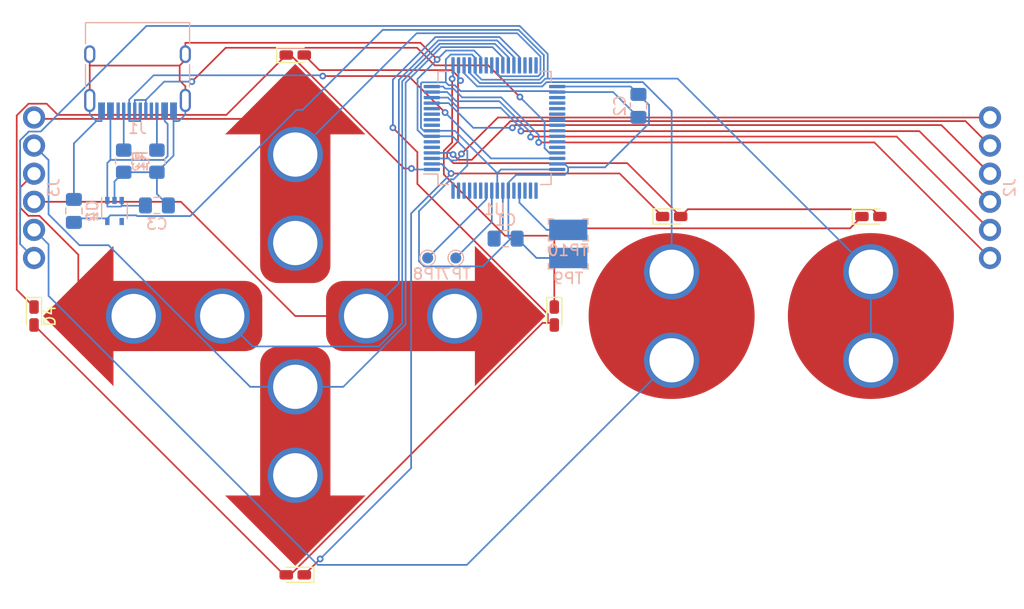
<source format=kicad_pcb>
(kicad_pcb (version 20171130) (host pcbnew "(5.1.10)-1")

  (general
    (thickness 1.6)
    (drawings 4)
    (tracks 369)
    (zones 0)
    (modules 27)
    (nets 63)
  )

  (page A4)
  (layers
    (0 F.Cu signal)
    (31 B.Cu signal)
    (32 B.Adhes user)
    (33 F.Adhes user)
    (34 B.Paste user)
    (35 F.Paste user)
    (36 B.SilkS user)
    (37 F.SilkS user)
    (38 B.Mask user)
    (39 F.Mask user)
    (40 Dwgs.User user)
    (41 Cmts.User user)
    (42 Eco1.User user)
    (43 Eco2.User user)
    (44 Edge.Cuts user)
    (45 Margin user)
    (46 B.CrtYd user)
    (47 F.CrtYd user)
    (48 B.Fab user)
    (49 F.Fab user)
  )

  (setup
    (last_trace_width 0.1524)
    (trace_clearance 0.1524)
    (zone_clearance 0.508)
    (zone_45_only no)
    (trace_min 0)
    (via_size 0.6048)
    (via_drill 0.3)
    (via_min_size 0)
    (via_min_drill 0)
    (user_via 3 2.5)
    (uvia_size 0.3)
    (uvia_drill 0.1)
    (uvias_allowed no)
    (uvia_min_size 0.2)
    (uvia_min_drill 0.1)
    (edge_width 0.05)
    (segment_width 0.2)
    (pcb_text_width 0.3)
    (pcb_text_size 1.5 1.5)
    (mod_edge_width 0.12)
    (mod_text_size 1 1)
    (mod_text_width 0.15)
    (pad_size 1 1)
    (pad_drill 0)
    (pad_to_mask_clearance 0)
    (aux_axis_origin 0 0)
    (visible_elements 7FFFFFFF)
    (pcbplotparams
      (layerselection 0x010fc_ffffffff)
      (usegerberextensions false)
      (usegerberattributes true)
      (usegerberadvancedattributes true)
      (creategerberjobfile true)
      (excludeedgelayer true)
      (linewidth 0.100000)
      (plotframeref false)
      (viasonmask false)
      (mode 1)
      (useauxorigin false)
      (hpglpennumber 1)
      (hpglpenspeed 20)
      (hpglpendiameter 15.000000)
      (psnegative false)
      (psa4output false)
      (plotreference true)
      (plotvalue true)
      (plotinvisibletext false)
      (padsonsilk false)
      (subtractmaskfromsilk false)
      (outputformat 1)
      (mirror false)
      (drillshape 1)
      (scaleselection 1)
      (outputdirectory ""))
  )

  (net 0 "")
  (net 1 GND)
  (net 2 +3V3)
  (net 3 +5V)
  (net 4 D+)
  (net 5 "Net-(J1-PadB5)")
  (net 6 "Net-(J1-PadA8)")
  (net 7 D-)
  (net 8 "Net-(J1-PadA5)")
  (net 9 "Net-(J1-PadB8)")
  (net 10 Up)
  (net 11 Down)
  (net 12 Left)
  (net 13 Right)
  (net 14 Spacebar)
  (net 15 MouseClick)
  (net 16 ~RST)
  (net 17 LED_1)
  (net 18 LED_A)
  (net 19 LED_2)
  (net 20 LED_3)
  (net 21 LED_B)
  (net 22 /6)
  (net 23 /5)
  (net 24 /4)
  (net 25 /3)
  (net 26 /2)
  (net 27 /1)
  (net 28 "Net-(C1-Pad2)")
  (net 29 /SWCLK)
  (net 30 /SWDIO)
  (net 31 "Net-(U2-Pad4)")
  (net 32 "Net-(U1-Pad5)")
  (net 33 "Net-(U1-Pad6)")
  (net 34 "Net-(U1-Pad9)")
  (net 35 "Net-(U1-Pad10)")
  (net 36 "Net-(U1-Pad11)")
  (net 37 "Net-(U1-Pad12)")
  (net 38 "Net-(U1-Pad23)")
  (net 39 "Net-(U1-Pad24)")
  (net 40 "Net-(U1-Pad30)")
  (net 41 "Net-(U1-Pad31)")
  (net 42 "Net-(U1-Pad32)")
  (net 43 "Net-(U1-Pad39)")
  (net 44 "Net-(U1-Pad40)")
  (net 45 "Net-(U1-Pad43)")
  (net 46 "Net-(U1-Pad44)")
  (net 47 "Net-(U1-Pad49)")
  (net 48 "Net-(U1-Pad50)")
  (net 49 "Net-(U1-Pad51)")
  (net 50 "Net-(U1-Pad53)")
  (net 51 "Net-(U1-Pad59)")
  (net 52 "Net-(U1-Pad60)")
  (net 53 "Net-(U1-Pad61)")
  (net 54 "Net-(U1-Pad62)")
  (net 55 "Net-(U1-Pad63)")
  (net 56 "Net-(U1-Pad64)")
  (net 57 "Net-(U1-Pad35)")
  (net 58 "Net-(U1-Pad36)")
  (net 59 "Net-(U1-Pad37)")
  (net 60 "Net-(U1-Pad38)")
  (net 61 "Net-(U1-Pad41)")
  (net 62 "Net-(U1-Pad42)")

  (net_class Default "This is the default net class."
    (clearance 0.1524)
    (trace_width 0.1524)
    (via_dia 0.6048)
    (via_drill 0.3)
    (uvia_dia 0.3)
    (uvia_drill 0.1)
    (add_net +3V3)
    (add_net +5V)
    (add_net /1)
    (add_net /2)
    (add_net /3)
    (add_net /4)
    (add_net /5)
    (add_net /6)
    (add_net /SWCLK)
    (add_net /SWDIO)
    (add_net D+)
    (add_net D-)
    (add_net Down)
    (add_net GND)
    (add_net LED_1)
    (add_net LED_2)
    (add_net LED_3)
    (add_net LED_A)
    (add_net LED_B)
    (add_net Left)
    (add_net MouseClick)
    (add_net "Net-(C1-Pad2)")
    (add_net "Net-(J1-PadA5)")
    (add_net "Net-(J1-PadA8)")
    (add_net "Net-(J1-PadB5)")
    (add_net "Net-(J1-PadB8)")
    (add_net "Net-(U1-Pad10)")
    (add_net "Net-(U1-Pad11)")
    (add_net "Net-(U1-Pad12)")
    (add_net "Net-(U1-Pad23)")
    (add_net "Net-(U1-Pad24)")
    (add_net "Net-(U1-Pad30)")
    (add_net "Net-(U1-Pad31)")
    (add_net "Net-(U1-Pad32)")
    (add_net "Net-(U1-Pad35)")
    (add_net "Net-(U1-Pad36)")
    (add_net "Net-(U1-Pad37)")
    (add_net "Net-(U1-Pad38)")
    (add_net "Net-(U1-Pad39)")
    (add_net "Net-(U1-Pad40)")
    (add_net "Net-(U1-Pad41)")
    (add_net "Net-(U1-Pad42)")
    (add_net "Net-(U1-Pad43)")
    (add_net "Net-(U1-Pad44)")
    (add_net "Net-(U1-Pad49)")
    (add_net "Net-(U1-Pad5)")
    (add_net "Net-(U1-Pad50)")
    (add_net "Net-(U1-Pad51)")
    (add_net "Net-(U1-Pad53)")
    (add_net "Net-(U1-Pad59)")
    (add_net "Net-(U1-Pad6)")
    (add_net "Net-(U1-Pad60)")
    (add_net "Net-(U1-Pad61)")
    (add_net "Net-(U1-Pad62)")
    (add_net "Net-(U1-Pad63)")
    (add_net "Net-(U1-Pad64)")
    (add_net "Net-(U1-Pad9)")
    (add_net "Net-(U2-Pad4)")
    (add_net Right)
    (add_net Spacebar)
    (add_net Up)
    (add_net ~RST)
  )

  (module LED_SMD:LED_0603_1608Metric_Castellated (layer F.Cu) (tedit 5F68FEF1) (tstamp 61A330E4)
    (at 86 43)
    (descr "LED SMD 0603 (1608 Metric), castellated end terminal, IPC_7351 nominal, (Body size source: http://www.tortai-tech.com/upload/download/2011102023233369053.pdf), generated with kicad-footprint-generator")
    (tags "LED castellated")
    (path /61A1BF37)
    (attr smd)
    (fp_text reference D2 (at 0 -1.43) (layer Dwgs.User)
      (effects (font (size 1 1) (thickness 0.15)))
    )
    (fp_text value LED (at 0 1.43) (layer F.Fab)
      (effects (font (size 1 1) (thickness 0.15)))
    )
    (fp_line (start 0.8 -0.4) (end -0.5 -0.4) (layer F.Fab) (width 0.1))
    (fp_line (start -0.5 -0.4) (end -0.8 -0.1) (layer F.Fab) (width 0.1))
    (fp_line (start -0.8 -0.1) (end -0.8 0.4) (layer F.Fab) (width 0.1))
    (fp_line (start -0.8 0.4) (end 0.8 0.4) (layer F.Fab) (width 0.1))
    (fp_line (start 0.8 0.4) (end 0.8 -0.4) (layer F.Fab) (width 0.1))
    (fp_line (start 0.8 -0.685) (end -1.685 -0.685) (layer F.SilkS) (width 0.12))
    (fp_line (start -1.685 -0.685) (end -1.685 0.685) (layer F.SilkS) (width 0.12))
    (fp_line (start -1.685 0.685) (end 0.8 0.685) (layer F.SilkS) (width 0.12))
    (fp_line (start -1.68 0.68) (end -1.68 -0.68) (layer F.CrtYd) (width 0.05))
    (fp_line (start -1.68 -0.68) (end 1.68 -0.68) (layer F.CrtYd) (width 0.05))
    (fp_line (start 1.68 -0.68) (end 1.68 0.68) (layer F.CrtYd) (width 0.05))
    (fp_line (start 1.68 0.68) (end -1.68 0.68) (layer F.CrtYd) (width 0.05))
    (fp_text user %R (at 0 0) (layer F.Fab)
      (effects (font (size 0.4 0.4) (thickness 0.06)))
    )
    (pad 2 smd roundrect (at 0.8125 0) (size 1.225 0.85) (layers F.Cu F.Paste F.Mask) (roundrect_rratio 0.25)
      (net 18 LED_A))
    (pad 1 smd roundrect (at -0.8125 0) (size 1.225 0.85) (layers F.Cu F.Paste F.Mask) (roundrect_rratio 0.25)
      (net 19 LED_2))
    (model ${KISYS3DMOD}/LED_SMD.3dshapes/LED_0603_1608Metric_Castellated.wrl
      (at (xyz 0 0 0))
      (scale (xyz 1 1 1))
      (rotate (xyz 0 0 0))
    )
  )

  (module LED_SMD:LED_0603_1608Metric_Castellated (layer F.Cu) (tedit 5F68FEF1) (tstamp 61A24F1D)
    (at 52 28.4)
    (descr "LED SMD 0603 (1608 Metric), castellated end terminal, IPC_7351 nominal, (Body size source: http://www.tortai-tech.com/upload/download/2011102023233369053.pdf), generated with kicad-footprint-generator")
    (tags "LED castellated")
    (path /61A1AB90)
    (attr smd)
    (fp_text reference D1 (at 0 -1.43) (layer Dwgs.User)
      (effects (font (size 1 1) (thickness 0.15)))
    )
    (fp_text value LED (at 0 1.43) (layer F.Fab)
      (effects (font (size 1 1) (thickness 0.15)))
    )
    (fp_line (start 0.8 -0.4) (end -0.5 -0.4) (layer F.Fab) (width 0.1))
    (fp_line (start -0.5 -0.4) (end -0.8 -0.1) (layer F.Fab) (width 0.1))
    (fp_line (start -0.8 -0.1) (end -0.8 0.4) (layer F.Fab) (width 0.1))
    (fp_line (start -0.8 0.4) (end 0.8 0.4) (layer F.Fab) (width 0.1))
    (fp_line (start 0.8 0.4) (end 0.8 -0.4) (layer F.Fab) (width 0.1))
    (fp_line (start 0.8 -0.685) (end -1.685 -0.685) (layer F.SilkS) (width 0.12))
    (fp_line (start -1.685 -0.685) (end -1.685 0.685) (layer F.SilkS) (width 0.12))
    (fp_line (start -1.685 0.685) (end 0.8 0.685) (layer F.SilkS) (width 0.12))
    (fp_line (start -1.68 0.68) (end -1.68 -0.68) (layer F.CrtYd) (width 0.05))
    (fp_line (start -1.68 -0.68) (end 1.68 -0.68) (layer F.CrtYd) (width 0.05))
    (fp_line (start 1.68 -0.68) (end 1.68 0.68) (layer F.CrtYd) (width 0.05))
    (fp_line (start 1.68 0.68) (end -1.68 0.68) (layer F.CrtYd) (width 0.05))
    (fp_text user %R (at 0 0) (layer F.Fab)
      (effects (font (size 0.4 0.4) (thickness 0.06)))
    )
    (pad 2 smd roundrect (at 0.8125 0) (size 1.225 0.85) (layers F.Cu F.Paste F.Mask) (roundrect_rratio 0.25)
      (net 18 LED_A))
    (pad 1 smd roundrect (at -0.8125 0) (size 1.225 0.85) (layers F.Cu F.Paste F.Mask) (roundrect_rratio 0.25)
      (net 17 LED_1))
    (model ${KISYS3DMOD}/LED_SMD.3dshapes/LED_0603_1608Metric_Castellated.wrl
      (at (xyz 0 0 0))
      (scale (xyz 1 1 1))
      (rotate (xyz 0 0 0))
    )
  )

  (module LED_SMD:LED_0603_1608Metric_Castellated (layer F.Cu) (tedit 5F68FEF1) (tstamp 61A24F43)
    (at 104 43)
    (descr "LED SMD 0603 (1608 Metric), castellated end terminal, IPC_7351 nominal, (Body size source: http://www.tortai-tech.com/upload/download/2011102023233369053.pdf), generated with kicad-footprint-generator")
    (tags "LED castellated")
    (path /61A1C648)
    (attr smd)
    (fp_text reference D3 (at 0 -1.43) (layer Dwgs.User)
      (effects (font (size 1 1) (thickness 0.15)))
    )
    (fp_text value LED (at 0 1.43) (layer F.Fab)
      (effects (font (size 1 1) (thickness 0.15)))
    )
    (fp_line (start 0.8 -0.4) (end -0.5 -0.4) (layer F.Fab) (width 0.1))
    (fp_line (start -0.5 -0.4) (end -0.8 -0.1) (layer F.Fab) (width 0.1))
    (fp_line (start -0.8 -0.1) (end -0.8 0.4) (layer F.Fab) (width 0.1))
    (fp_line (start -0.8 0.4) (end 0.8 0.4) (layer F.Fab) (width 0.1))
    (fp_line (start 0.8 0.4) (end 0.8 -0.4) (layer F.Fab) (width 0.1))
    (fp_line (start 0.8 -0.685) (end -1.685 -0.685) (layer F.SilkS) (width 0.12))
    (fp_line (start -1.685 -0.685) (end -1.685 0.685) (layer F.SilkS) (width 0.12))
    (fp_line (start -1.685 0.685) (end 0.8 0.685) (layer F.SilkS) (width 0.12))
    (fp_line (start -1.68 0.68) (end -1.68 -0.68) (layer F.CrtYd) (width 0.05))
    (fp_line (start -1.68 -0.68) (end 1.68 -0.68) (layer F.CrtYd) (width 0.05))
    (fp_line (start 1.68 -0.68) (end 1.68 0.68) (layer F.CrtYd) (width 0.05))
    (fp_line (start 1.68 0.68) (end -1.68 0.68) (layer F.CrtYd) (width 0.05))
    (fp_text user %R (at 0 0) (layer F.Fab)
      (effects (font (size 0.4 0.4) (thickness 0.06)))
    )
    (pad 2 smd roundrect (at 0.8125 0) (size 1.225 0.85) (layers F.Cu F.Paste F.Mask) (roundrect_rratio 0.25)
      (net 18 LED_A))
    (pad 1 smd roundrect (at -0.8125 0) (size 1.225 0.85) (layers F.Cu F.Paste F.Mask) (roundrect_rratio 0.25)
      (net 20 LED_3))
    (model ${KISYS3DMOD}/LED_SMD.3dshapes/LED_0603_1608Metric_Castellated.wrl
      (at (xyz 0 0 0))
      (scale (xyz 1 1 1))
      (rotate (xyz 0 0 0))
    )
  )

  (module LED_SMD:LED_0603_1608Metric_Castellated (layer F.Cu) (tedit 5F68FEF1) (tstamp 61A24F56)
    (at 28.4 52 270)
    (descr "LED SMD 0603 (1608 Metric), castellated end terminal, IPC_7351 nominal, (Body size source: http://www.tortai-tech.com/upload/download/2011102023233369053.pdf), generated with kicad-footprint-generator")
    (tags "LED castellated")
    (path /61A1B30A)
    (attr smd)
    (fp_text reference D4 (at 0 -1.43 90) (layer F.SilkS)
      (effects (font (size 1 1) (thickness 0.15)))
    )
    (fp_text value LED (at 0 1.43 90) (layer F.Fab)
      (effects (font (size 1 1) (thickness 0.15)))
    )
    (fp_line (start 0.8 -0.4) (end -0.5 -0.4) (layer F.Fab) (width 0.1))
    (fp_line (start -0.5 -0.4) (end -0.8 -0.1) (layer F.Fab) (width 0.1))
    (fp_line (start -0.8 -0.1) (end -0.8 0.4) (layer F.Fab) (width 0.1))
    (fp_line (start -0.8 0.4) (end 0.8 0.4) (layer F.Fab) (width 0.1))
    (fp_line (start 0.8 0.4) (end 0.8 -0.4) (layer F.Fab) (width 0.1))
    (fp_line (start 0.8 -0.685) (end -1.685 -0.685) (layer F.SilkS) (width 0.12))
    (fp_line (start -1.685 -0.685) (end -1.685 0.685) (layer F.SilkS) (width 0.12))
    (fp_line (start -1.685 0.685) (end 0.8 0.685) (layer F.SilkS) (width 0.12))
    (fp_line (start -1.68 0.68) (end -1.68 -0.68) (layer F.CrtYd) (width 0.05))
    (fp_line (start -1.68 -0.68) (end 1.68 -0.68) (layer F.CrtYd) (width 0.05))
    (fp_line (start 1.68 -0.68) (end 1.68 0.68) (layer F.CrtYd) (width 0.05))
    (fp_line (start 1.68 0.68) (end -1.68 0.68) (layer F.CrtYd) (width 0.05))
    (fp_text user %R (at 0 0 90) (layer F.Fab)
      (effects (font (size 0.4 0.4) (thickness 0.06)))
    )
    (pad 2 smd roundrect (at 0.8125 0 270) (size 1.225 0.85) (layers F.Cu F.Paste F.Mask) (roundrect_rratio 0.25)
      (net 21 LED_B))
    (pad 1 smd roundrect (at -0.8125 0 270) (size 1.225 0.85) (layers F.Cu F.Paste F.Mask) (roundrect_rratio 0.25)
      (net 17 LED_1))
    (model ${KISYS3DMOD}/LED_SMD.3dshapes/LED_0603_1608Metric_Castellated.wrl
      (at (xyz 0 0 0))
      (scale (xyz 1 1 1))
      (rotate (xyz 0 0 0))
    )
  )

  (module LED_SMD:LED_0603_1608Metric_Castellated (layer F.Cu) (tedit 5F68FEF1) (tstamp 61A24F69)
    (at 52 75.4 180)
    (descr "LED SMD 0603 (1608 Metric), castellated end terminal, IPC_7351 nominal, (Body size source: http://www.tortai-tech.com/upload/download/2011102023233369053.pdf), generated with kicad-footprint-generator")
    (tags "LED castellated")
    (path /61A1B855)
    (attr smd)
    (fp_text reference D5 (at 0 -1.43) (layer Dwgs.User)
      (effects (font (size 1 1) (thickness 0.15)))
    )
    (fp_text value LED (at 0 1.43) (layer F.Fab)
      (effects (font (size 1 1) (thickness 0.15)))
    )
    (fp_line (start 0.8 -0.4) (end -0.5 -0.4) (layer F.Fab) (width 0.1))
    (fp_line (start -0.5 -0.4) (end -0.8 -0.1) (layer F.Fab) (width 0.1))
    (fp_line (start -0.8 -0.1) (end -0.8 0.4) (layer F.Fab) (width 0.1))
    (fp_line (start -0.8 0.4) (end 0.8 0.4) (layer F.Fab) (width 0.1))
    (fp_line (start 0.8 0.4) (end 0.8 -0.4) (layer F.Fab) (width 0.1))
    (fp_line (start 0.8 -0.685) (end -1.685 -0.685) (layer F.SilkS) (width 0.12))
    (fp_line (start -1.685 -0.685) (end -1.685 0.685) (layer F.SilkS) (width 0.12))
    (fp_line (start -1.685 0.685) (end 0.8 0.685) (layer F.SilkS) (width 0.12))
    (fp_line (start -1.68 0.68) (end -1.68 -0.68) (layer F.CrtYd) (width 0.05))
    (fp_line (start -1.68 -0.68) (end 1.68 -0.68) (layer F.CrtYd) (width 0.05))
    (fp_line (start 1.68 -0.68) (end 1.68 0.68) (layer F.CrtYd) (width 0.05))
    (fp_line (start 1.68 0.68) (end -1.68 0.68) (layer F.CrtYd) (width 0.05))
    (fp_text user %R (at 0 0) (layer F.Fab)
      (effects (font (size 0.4 0.4) (thickness 0.06)))
    )
    (pad 2 smd roundrect (at 0.8125 0 180) (size 1.225 0.85) (layers F.Cu F.Paste F.Mask) (roundrect_rratio 0.25)
      (net 21 LED_B))
    (pad 1 smd roundrect (at -0.8125 0 180) (size 1.225 0.85) (layers F.Cu F.Paste F.Mask) (roundrect_rratio 0.25)
      (net 19 LED_2))
    (model ${KISYS3DMOD}/LED_SMD.3dshapes/LED_0603_1608Metric_Castellated.wrl
      (at (xyz 0 0 0))
      (scale (xyz 1 1 1))
      (rotate (xyz 0 0 0))
    )
  )

  (module LED_SMD:LED_0603_1608Metric_Castellated (layer F.Cu) (tedit 5F68FEF1) (tstamp 61A24F7C)
    (at 75.4 52 270)
    (descr "LED SMD 0603 (1608 Metric), castellated end terminal, IPC_7351 nominal, (Body size source: http://www.tortai-tech.com/upload/download/2011102023233369053.pdf), generated with kicad-footprint-generator")
    (tags "LED castellated")
    (path /61A1E2DB)
    (attr smd)
    (fp_text reference D6 (at 0 -1.43 90) (layer Dwgs.User)
      (effects (font (size 1 1) (thickness 0.15)))
    )
    (fp_text value LED (at 0 1.43 90) (layer F.Fab)
      (effects (font (size 1 1) (thickness 0.15)))
    )
    (fp_line (start 0.8 -0.4) (end -0.5 -0.4) (layer F.Fab) (width 0.1))
    (fp_line (start -0.5 -0.4) (end -0.8 -0.1) (layer F.Fab) (width 0.1))
    (fp_line (start -0.8 -0.1) (end -0.8 0.4) (layer F.Fab) (width 0.1))
    (fp_line (start -0.8 0.4) (end 0.8 0.4) (layer F.Fab) (width 0.1))
    (fp_line (start 0.8 0.4) (end 0.8 -0.4) (layer F.Fab) (width 0.1))
    (fp_line (start 0.8 -0.685) (end -1.685 -0.685) (layer F.SilkS) (width 0.12))
    (fp_line (start -1.685 -0.685) (end -1.685 0.685) (layer F.SilkS) (width 0.12))
    (fp_line (start -1.685 0.685) (end 0.8 0.685) (layer F.SilkS) (width 0.12))
    (fp_line (start -1.68 0.68) (end -1.68 -0.68) (layer F.CrtYd) (width 0.05))
    (fp_line (start -1.68 -0.68) (end 1.68 -0.68) (layer F.CrtYd) (width 0.05))
    (fp_line (start 1.68 -0.68) (end 1.68 0.68) (layer F.CrtYd) (width 0.05))
    (fp_line (start 1.68 0.68) (end -1.68 0.68) (layer F.CrtYd) (width 0.05))
    (fp_text user %R (at 0 0 90) (layer F.Fab)
      (effects (font (size 0.4 0.4) (thickness 0.06)))
    )
    (pad 2 smd roundrect (at 0.8125 0 270) (size 1.225 0.85) (layers F.Cu F.Paste F.Mask) (roundrect_rratio 0.25)
      (net 21 LED_B))
    (pad 1 smd roundrect (at -0.8125 0 270) (size 1.225 0.85) (layers F.Cu F.Paste F.Mask) (roundrect_rratio 0.25)
      (net 20 LED_3))
    (model ${KISYS3DMOD}/LED_SMD.3dshapes/LED_0603_1608Metric_Castellated.wrl
      (at (xyz 0 0 0))
      (scale (xyz 1 1 1))
      (rotate (xyz 0 0 0))
    )
  )

  (module zTaigaCustom:Arrow_Gator (layer F.Cu) (tedit 61A1BBD3) (tstamp 61A2509C)
    (at 52 62.4 180)
    (path /61B596A1)
    (fp_text reference TP2 (at 0 8.5344) (layer Dwgs.User)
      (effects (font (size 1 1) (thickness 0.15)))
    )
    (fp_text value TestPoint (at 0 -12.7) (layer F.Fab)
      (effects (font (size 1 1) (thickness 0.15)))
    )
    (pad 1 thru_hole circle (at 0 -4) (size 5 5) (drill 4) (layers *.Cu *.Mask)
      (net 11 Down))
    (pad 1 thru_hole circle (at 0 4) (size 5 5) (drill 4) (layers *.Cu *.Mask)
      (net 11 Down))
    (pad 1 smd trapezoid (at 0 -9 180) (size 6.35 6.35) (rect_delta 0 6.3246 ) (layers F.Cu F.Paste F.Mask)
      (net 11 Down) (zone_connect 0))
    (pad 1 smd roundrect (at 0 0 180) (size 6.35 15.24) (layers F.Cu F.Paste F.Mask) (roundrect_rratio 0.25)
      (net 11 Down) (zone_connect 0))
  )

  (module zTaigaCustom:Arrow_Gator (layer F.Cu) (tedit 61A1BBD3) (tstamp 61A250A4)
    (at 41.4 52 90)
    (path /61B59B41)
    (fp_text reference TP3 (at 0 8.5344 90) (layer Dwgs.User)
      (effects (font (size 1 1) (thickness 0.15)))
    )
    (fp_text value TestPoint (at 0 -12.7 90) (layer F.Fab)
      (effects (font (size 1 1) (thickness 0.15)))
    )
    (pad 1 smd roundrect (at 0 0 90) (size 6.35 15.24) (layers F.Cu F.Paste F.Mask) (roundrect_rratio 0.25)
      (net 12 Left) (zone_connect 0))
    (pad 1 smd trapezoid (at 0 -9 90) (size 6.35 6.35) (rect_delta 0 6.3246 ) (layers F.Cu F.Paste F.Mask)
      (net 12 Left) (zone_connect 0))
    (pad 1 thru_hole circle (at 0 4 270) (size 5 5) (drill 4) (layers *.Cu *.Mask)
      (net 12 Left))
    (pad 1 thru_hole circle (at 0 -4 270) (size 5 5) (drill 4) (layers *.Cu *.Mask)
      (net 12 Left))
  )

  (module Connector_USB:USB_C_Receptacle_HRO_TYPE-C-31-M-12 (layer B.Cu) (tedit 5D3C0721) (tstamp 61A24FA4)
    (at 37.75 29.375)
    (descr "USB Type-C receptacle for USB 2.0 and PD, http://www.krhro.com/uploads/soft/180320/1-1P320120243.pdf")
    (tags "usb usb-c 2.0 pd")
    (path /61A14E8C)
    (attr smd)
    (fp_text reference J1 (at 0 5.645) (layer B.SilkS)
      (effects (font (size 1 1) (thickness 0.15)) (justify mirror))
    )
    (fp_text value USB_C_Receptacle_USB2.0 (at 0 -5.1) (layer B.Fab)
      (effects (font (size 1 1) (thickness 0.15)) (justify mirror))
    )
    (fp_line (start -4.7 -2) (end -4.7 -3.9) (layer B.SilkS) (width 0.12))
    (fp_line (start -4.7 1.9) (end -4.7 -0.1) (layer B.SilkS) (width 0.12))
    (fp_line (start 4.7 -2) (end 4.7 -3.9) (layer B.SilkS) (width 0.12))
    (fp_line (start 4.7 1.9) (end 4.7 -0.1) (layer B.SilkS) (width 0.12))
    (fp_line (start 5.32 5.27) (end 5.32 -4.15) (layer B.CrtYd) (width 0.05))
    (fp_line (start -5.32 5.27) (end -5.32 -4.15) (layer B.CrtYd) (width 0.05))
    (fp_line (start -5.32 -4.15) (end 5.32 -4.15) (layer B.CrtYd) (width 0.05))
    (fp_line (start -5.32 5.27) (end 5.32 5.27) (layer B.CrtYd) (width 0.05))
    (fp_line (start 4.47 3.65) (end 4.47 -3.65) (layer B.Fab) (width 0.1))
    (fp_line (start -4.47 -3.65) (end 4.47 -3.65) (layer B.Fab) (width 0.1))
    (fp_line (start -4.47 3.65) (end -4.47 -3.65) (layer B.Fab) (width 0.1))
    (fp_line (start -4.47 3.65) (end 4.47 3.65) (layer B.Fab) (width 0.1))
    (fp_line (start -4.7 -3.9) (end 4.7 -3.9) (layer B.SilkS) (width 0.12))
    (fp_text user %R (at 0 0) (layer B.Fab)
      (effects (font (size 1 1) (thickness 0.15)) (justify mirror))
    )
    (pad S1 thru_hole oval (at 4.32 -1.05) (size 1 1.6) (drill oval 0.6 1.2) (layers *.Cu *.Mask)
      (net 1 GND))
    (pad "" np_thru_hole circle (at 2.89 2.6) (size 0.65 0.65) (drill 0.65) (layers *.Cu *.Mask))
    (pad S1 thru_hole oval (at -4.32 -1.05) (size 1 1.6) (drill oval 0.6 1.2) (layers *.Cu *.Mask)
      (net 1 GND))
    (pad "" np_thru_hole circle (at -2.89 2.6) (size 0.65 0.65) (drill 0.65) (layers *.Cu *.Mask))
    (pad S1 thru_hole oval (at -4.32 3.13) (size 1 2.1) (drill oval 0.6 1.7) (layers *.Cu *.Mask)
      (net 1 GND))
    (pad S1 thru_hole oval (at 4.32 3.13) (size 1 2.1) (drill oval 0.6 1.7) (layers *.Cu *.Mask)
      (net 1 GND))
    (pad A6 smd rect (at -0.25 4.045) (size 0.3 1.45) (layers B.Cu B.Paste B.Mask)
      (net 4 D+))
    (pad B5 smd rect (at 1.75 4.045) (size 0.3 1.45) (layers B.Cu B.Paste B.Mask)
      (net 5 "Net-(J1-PadB5)"))
    (pad A8 smd rect (at 1.25 4.045) (size 0.3 1.45) (layers B.Cu B.Paste B.Mask)
      (net 6 "Net-(J1-PadA8)"))
    (pad B6 smd rect (at 0.75 4.045) (size 0.3 1.45) (layers B.Cu B.Paste B.Mask)
      (net 4 D+))
    (pad A7 smd rect (at 0.25 4.045) (size 0.3 1.45) (layers B.Cu B.Paste B.Mask)
      (net 7 D-))
    (pad B7 smd rect (at -0.75 4.045) (size 0.3 1.45) (layers B.Cu B.Paste B.Mask)
      (net 7 D-))
    (pad A5 smd rect (at -1.25 4.045) (size 0.3 1.45) (layers B.Cu B.Paste B.Mask)
      (net 8 "Net-(J1-PadA5)"))
    (pad B8 smd rect (at -1.75 4.045) (size 0.3 1.45) (layers B.Cu B.Paste B.Mask)
      (net 9 "Net-(J1-PadB8)"))
    (pad A12 smd rect (at 3.25 4.045) (size 0.6 1.45) (layers B.Cu B.Paste B.Mask)
      (net 1 GND))
    (pad B4 smd rect (at 2.45 4.045) (size 0.6 1.45) (layers B.Cu B.Paste B.Mask)
      (net 3 +5V))
    (pad A4 smd rect (at -2.45 4.045) (size 0.6 1.45) (layers B.Cu B.Paste B.Mask)
      (net 3 +5V))
    (pad A1 smd rect (at -3.25 4.045) (size 0.6 1.45) (layers B.Cu B.Paste B.Mask)
      (net 1 GND))
    (pad B12 smd rect (at -3.25 4.045) (size 0.6 1.45) (layers B.Cu B.Paste B.Mask)
      (net 1 GND))
    (pad B9 smd rect (at -2.45 4.045) (size 0.6 1.45) (layers B.Cu B.Paste B.Mask)
      (net 3 +5V))
    (pad A9 smd rect (at 2.45 4.045) (size 0.6 1.45) (layers B.Cu B.Paste B.Mask)
      (net 3 +5V))
    (pad B1 smd rect (at 3.25 4.045) (size 0.6 1.45) (layers B.Cu B.Paste B.Mask)
      (net 1 GND))
    (model ${KISYS3DMOD}/Connector_USB.3dshapes/USB_C_Receptacle_HRO_TYPE-C-31-M-12.wrl
      (at (xyz 0 0 0))
      (scale (xyz 1 1 1))
      (rotate (xyz 0 0 0))
    )
  )

  (module zTaigaCustom:Circular_Gator (layer F.Cu) (tedit 61A18941) (tstamp 61A250B3)
    (at 86 52)
    (path /61A2E8C1)
    (fp_text reference TP5 (at 0 8.5344) (layer Dwgs.User)
      (effects (font (size 1 1) (thickness 0.15)))
    )
    (fp_text value TestPoint (at 0 -8.5344) (layer F.Fab)
      (effects (font (size 1 1) (thickness 0.15)))
    )
    (pad 1 smd circle (at 0 0 180) (size 15 15) (layers F.Cu F.Paste F.Mask)
      (net 14 Spacebar))
    (pad 1 thru_hole circle (at 0 -4 180) (size 5 5) (drill 4) (layers *.Cu *.Mask)
      (net 14 Spacebar))
    (pad 1 thru_hole circle (at 0 4 180) (size 5 5) (drill 4) (layers *.Cu *.Mask)
      (net 14 Spacebar))
  )

  (module zTaigaCustom:Arrow_Gator (layer F.Cu) (tedit 61A1BBD3) (tstamp 61A25094)
    (at 52 41.4)
    (path /61A2F094)
    (fp_text reference TP1 (at 0 8.5344) (layer Dwgs.User)
      (effects (font (size 1 1) (thickness 0.15)))
    )
    (fp_text value TestPoint (at 0 -12.7) (layer F.Fab)
      (effects (font (size 1 1) (thickness 0.15)))
    )
    (pad 1 smd roundrect (at 0 0) (size 6.35 15.24) (layers F.Cu F.Paste F.Mask) (roundrect_rratio 0.25)
      (net 10 Up) (zone_connect 0))
    (pad 1 smd trapezoid (at 0 -9) (size 6.35 6.35) (rect_delta 0 6.3246 ) (layers F.Cu F.Paste F.Mask)
      (net 10 Up) (zone_connect 0))
    (pad 1 thru_hole circle (at 0 4 180) (size 5 5) (drill 4) (layers *.Cu *.Mask)
      (net 10 Up))
    (pad 1 thru_hole circle (at 0 -4 180) (size 5 5) (drill 4) (layers *.Cu *.Mask)
      (net 10 Up))
  )

  (module zTaigaCustom:Arrow_Gator (layer F.Cu) (tedit 61A1BBD3) (tstamp 61A250AC)
    (at 62.4 52 270)
    (path /61B59F14)
    (fp_text reference TP4 (at 0 8.5344 90) (layer Dwgs.User)
      (effects (font (size 1 1) (thickness 0.15)))
    )
    (fp_text value TestPoint (at 0 -12.7 90) (layer F.Fab)
      (effects (font (size 1 1) (thickness 0.15)))
    )
    (pad 1 thru_hole circle (at 0 -4 90) (size 5 5) (drill 4) (layers *.Cu *.Mask)
      (net 13 Right))
    (pad 1 thru_hole circle (at 0 4 90) (size 5 5) (drill 4) (layers *.Cu *.Mask)
      (net 13 Right))
    (pad 1 smd trapezoid (at 0 -9 270) (size 6.35 6.35) (rect_delta 0 6.3246 ) (layers F.Cu F.Paste F.Mask)
      (net 13 Right) (zone_connect 0))
    (pad 1 smd roundrect (at 0 0 270) (size 6.35 15.24) (layers F.Cu F.Paste F.Mask) (roundrect_rratio 0.25)
      (net 13 Right) (zone_connect 0))
  )

  (module zTaigaCustom:Circular_Gator (layer F.Cu) (tedit 61A18941) (tstamp 61A250BA)
    (at 104 52)
    (path /61A4DA96)
    (fp_text reference TP6 (at 0 8.5344) (layer Dwgs.User)
      (effects (font (size 1 1) (thickness 0.15)))
    )
    (fp_text value TestPoint (at 0 -8.5344) (layer F.Fab)
      (effects (font (size 1 1) (thickness 0.15)))
    )
    (pad 1 thru_hole circle (at 0 4 180) (size 5 5) (drill 4) (layers *.Cu *.Mask)
      (net 15 MouseClick))
    (pad 1 thru_hole circle (at 0 -4 180) (size 5 5) (drill 4) (layers *.Cu *.Mask)
      (net 15 MouseClick))
    (pad 1 smd circle (at 0 0 180) (size 15 15) (layers F.Cu F.Paste F.Mask)
      (net 15 MouseClick))
  )

  (module zTaigaCustom:6-pinheader (layer B.Cu) (tedit 61A2627F) (tstamp 61A2C5E7)
    (at 28.4 40.4 270)
    (path /61A32B9C)
    (fp_text reference J3 (at 0 -1.778 270) (layer B.SilkS)
      (effects (font (size 1 1) (thickness 0.15)) (justify mirror))
    )
    (fp_text value 6-pin_header (at 0 1.524 270) (layer B.Fab)
      (effects (font (size 1 1) (thickness 0.15)) (justify mirror))
    )
    (pad 1 thru_hole circle (at -6.35 0 270) (size 2 2) (drill 1.2) (layers *.Cu *.Mask)
      (net 10 Up))
    (pad 2 thru_hole circle (at -3.81 0 270) (size 2 2) (drill 1.2) (layers *.Cu *.Mask)
      (net 11 Down))
    (pad 3 thru_hole circle (at -1.27 0 270) (size 2 2) (drill 1.2) (layers *.Cu *.Mask)
      (net 12 Left))
    (pad 4 thru_hole circle (at 1.27 0 270) (size 2 2) (drill 1.2) (layers *.Cu *.Mask)
      (net 13 Right))
    (pad 5 thru_hole circle (at 3.81 0 270) (size 2 2) (drill 1.2) (layers *.Cu *.Mask)
      (net 14 Spacebar))
    (pad 6 thru_hole circle (at 6.35 0 270) (size 2 2) (drill 1.2) (layers *.Cu *.Mask)
      (net 15 MouseClick))
  )

  (module zTaigaCustom:6-pinheader (layer B.Cu) (tedit 61A2627F) (tstamp 61A2C5F1)
    (at 114.76 40.4 270)
    (path /61A30807)
    (fp_text reference J2 (at 0 -1.778 270) (layer B.SilkS)
      (effects (font (size 1 1) (thickness 0.15)) (justify mirror))
    )
    (fp_text value 6-pin_header (at 0 1.524 270) (layer B.Fab)
      (effects (font (size 1 1) (thickness 0.15)) (justify mirror))
    )
    (pad 6 thru_hole circle (at 6.35 0 270) (size 2 2) (drill 1.2) (layers *.Cu *.Mask)
      (net 22 /6))
    (pad 5 thru_hole circle (at 3.81 0 270) (size 2 2) (drill 1.2) (layers *.Cu *.Mask)
      (net 23 /5))
    (pad 4 thru_hole circle (at 1.27 0 270) (size 2 2) (drill 1.2) (layers *.Cu *.Mask)
      (net 24 /4))
    (pad 3 thru_hole circle (at -1.27 0 270) (size 2 2) (drill 1.2) (layers *.Cu *.Mask)
      (net 25 /3))
    (pad 2 thru_hole circle (at -3.81 0 270) (size 2 2) (drill 1.2) (layers *.Cu *.Mask)
      (net 26 /2))
    (pad 1 thru_hole circle (at -6.35 0 270) (size 2 2) (drill 1.2) (layers *.Cu *.Mask)
      (net 27 /1))
  )

  (module Capacitor_SMD:C_0805_2012Metric_Pad1.18x1.45mm_HandSolder (layer B.Cu) (tedit 5F68FEEF) (tstamp 61A3309E)
    (at 71 45 180)
    (descr "Capacitor SMD 0805 (2012 Metric), square (rectangular) end terminal, IPC_7351 nominal with elongated pad for handsoldering. (Body size source: IPC-SM-782 page 76, https://www.pcb-3d.com/wordpress/wp-content/uploads/ipc-sm-782a_amendment_1_and_2.pdf, https://docs.google.com/spreadsheets/d/1BsfQQcO9C6DZCsRaXUlFlo91Tg2WpOkGARC1WS5S8t0/edit?usp=sharing), generated with kicad-footprint-generator")
    (tags "capacitor handsolder")
    (path /61A4E456)
    (attr smd)
    (fp_text reference C1 (at 0 1.68) (layer B.SilkS)
      (effects (font (size 1 1) (thickness 0.15)) (justify mirror))
    )
    (fp_text value 1uF (at 0 -1.68) (layer B.Fab)
      (effects (font (size 1 1) (thickness 0.15)) (justify mirror))
    )
    (fp_line (start 1.88 -0.98) (end -1.88 -0.98) (layer B.CrtYd) (width 0.05))
    (fp_line (start 1.88 0.98) (end 1.88 -0.98) (layer B.CrtYd) (width 0.05))
    (fp_line (start -1.88 0.98) (end 1.88 0.98) (layer B.CrtYd) (width 0.05))
    (fp_line (start -1.88 -0.98) (end -1.88 0.98) (layer B.CrtYd) (width 0.05))
    (fp_line (start -0.261252 -0.735) (end 0.261252 -0.735) (layer B.SilkS) (width 0.12))
    (fp_line (start -0.261252 0.735) (end 0.261252 0.735) (layer B.SilkS) (width 0.12))
    (fp_line (start 1 -0.625) (end -1 -0.625) (layer B.Fab) (width 0.1))
    (fp_line (start 1 0.625) (end 1 -0.625) (layer B.Fab) (width 0.1))
    (fp_line (start -1 0.625) (end 1 0.625) (layer B.Fab) (width 0.1))
    (fp_line (start -1 -0.625) (end -1 0.625) (layer B.Fab) (width 0.1))
    (fp_text user %R (at 0 0) (layer B.Fab)
      (effects (font (size 0.5 0.5) (thickness 0.08)) (justify mirror))
    )
    (pad 2 smd roundrect (at 1.0375 0 180) (size 1.175 1.45) (layers B.Cu B.Paste B.Mask) (roundrect_rratio 0.212766)
      (net 28 "Net-(C1-Pad2)"))
    (pad 1 smd roundrect (at -1.0375 0 180) (size 1.175 1.45) (layers B.Cu B.Paste B.Mask) (roundrect_rratio 0.212766)
      (net 1 GND))
    (model ${KISYS3DMOD}/Capacitor_SMD.3dshapes/C_0805_2012Metric.wrl
      (at (xyz 0 0 0))
      (scale (xyz 1 1 1))
      (rotate (xyz 0 0 0))
    )
  )

  (module Capacitor_SMD:C_0805_2012Metric_Pad1.18x1.45mm_HandSolder (layer B.Cu) (tedit 5F68FEEF) (tstamp 61A330AF)
    (at 83 33 270)
    (descr "Capacitor SMD 0805 (2012 Metric), square (rectangular) end terminal, IPC_7351 nominal with elongated pad for handsoldering. (Body size source: IPC-SM-782 page 76, https://www.pcb-3d.com/wordpress/wp-content/uploads/ipc-sm-782a_amendment_1_and_2.pdf, https://docs.google.com/spreadsheets/d/1BsfQQcO9C6DZCsRaXUlFlo91Tg2WpOkGARC1WS5S8t0/edit?usp=sharing), generated with kicad-footprint-generator")
    (tags "capacitor handsolder")
    (path /61A27FC0)
    (attr smd)
    (fp_text reference C2 (at 0 1.68 90) (layer B.SilkS)
      (effects (font (size 1 1) (thickness 0.15)) (justify mirror))
    )
    (fp_text value 1uF (at 0 -1.68 90) (layer B.Fab)
      (effects (font (size 1 1) (thickness 0.15)) (justify mirror))
    )
    (fp_line (start -1 -0.625) (end -1 0.625) (layer B.Fab) (width 0.1))
    (fp_line (start -1 0.625) (end 1 0.625) (layer B.Fab) (width 0.1))
    (fp_line (start 1 0.625) (end 1 -0.625) (layer B.Fab) (width 0.1))
    (fp_line (start 1 -0.625) (end -1 -0.625) (layer B.Fab) (width 0.1))
    (fp_line (start -0.261252 0.735) (end 0.261252 0.735) (layer B.SilkS) (width 0.12))
    (fp_line (start -0.261252 -0.735) (end 0.261252 -0.735) (layer B.SilkS) (width 0.12))
    (fp_line (start -1.88 -0.98) (end -1.88 0.98) (layer B.CrtYd) (width 0.05))
    (fp_line (start -1.88 0.98) (end 1.88 0.98) (layer B.CrtYd) (width 0.05))
    (fp_line (start 1.88 0.98) (end 1.88 -0.98) (layer B.CrtYd) (width 0.05))
    (fp_line (start 1.88 -0.98) (end -1.88 -0.98) (layer B.CrtYd) (width 0.05))
    (fp_text user %R (at 0 0 90) (layer B.Fab)
      (effects (font (size 0.5 0.5) (thickness 0.08)) (justify mirror))
    )
    (pad 1 smd roundrect (at -1.0375 0 270) (size 1.175 1.45) (layers B.Cu B.Paste B.Mask) (roundrect_rratio 0.212766)
      (net 1 GND))
    (pad 2 smd roundrect (at 1.0375 0 270) (size 1.175 1.45) (layers B.Cu B.Paste B.Mask) (roundrect_rratio 0.212766)
      (net 2 +3V3))
    (model ${KISYS3DMOD}/Capacitor_SMD.3dshapes/C_0805_2012Metric.wrl
      (at (xyz 0 0 0))
      (scale (xyz 1 1 1))
      (rotate (xyz 0 0 0))
    )
  )

  (module Capacitor_SMD:C_0805_2012Metric_Pad1.18x1.45mm_HandSolder (layer B.Cu) (tedit 5F68FEEF) (tstamp 61A330C0)
    (at 39.5 42)
    (descr "Capacitor SMD 0805 (2012 Metric), square (rectangular) end terminal, IPC_7351 nominal with elongated pad for handsoldering. (Body size source: IPC-SM-782 page 76, https://www.pcb-3d.com/wordpress/wp-content/uploads/ipc-sm-782a_amendment_1_and_2.pdf, https://docs.google.com/spreadsheets/d/1BsfQQcO9C6DZCsRaXUlFlo91Tg2WpOkGARC1WS5S8t0/edit?usp=sharing), generated with kicad-footprint-generator")
    (tags "capacitor handsolder")
    (path /61A74D06)
    (attr smd)
    (fp_text reference C3 (at 0 1.68) (layer B.SilkS)
      (effects (font (size 1 1) (thickness 0.15)) (justify mirror))
    )
    (fp_text value 1uF (at 0 -1.68) (layer B.Fab)
      (effects (font (size 1 1) (thickness 0.15)) (justify mirror))
    )
    (fp_line (start -1 -0.625) (end -1 0.625) (layer B.Fab) (width 0.1))
    (fp_line (start -1 0.625) (end 1 0.625) (layer B.Fab) (width 0.1))
    (fp_line (start 1 0.625) (end 1 -0.625) (layer B.Fab) (width 0.1))
    (fp_line (start 1 -0.625) (end -1 -0.625) (layer B.Fab) (width 0.1))
    (fp_line (start -0.261252 0.735) (end 0.261252 0.735) (layer B.SilkS) (width 0.12))
    (fp_line (start -0.261252 -0.735) (end 0.261252 -0.735) (layer B.SilkS) (width 0.12))
    (fp_line (start -1.88 -0.98) (end -1.88 0.98) (layer B.CrtYd) (width 0.05))
    (fp_line (start -1.88 0.98) (end 1.88 0.98) (layer B.CrtYd) (width 0.05))
    (fp_line (start 1.88 0.98) (end 1.88 -0.98) (layer B.CrtYd) (width 0.05))
    (fp_line (start 1.88 -0.98) (end -1.88 -0.98) (layer B.CrtYd) (width 0.05))
    (fp_text user %R (at 0 0) (layer B.Fab)
      (effects (font (size 0.5 0.5) (thickness 0.08)) (justify mirror))
    )
    (pad 1 smd roundrect (at -1.0375 0) (size 1.175 1.45) (layers B.Cu B.Paste B.Mask) (roundrect_rratio 0.212766)
      (net 3 +5V))
    (pad 2 smd roundrect (at 1.0375 0) (size 1.175 1.45) (layers B.Cu B.Paste B.Mask) (roundrect_rratio 0.212766)
      (net 1 GND))
    (model ${KISYS3DMOD}/Capacitor_SMD.3dshapes/C_0805_2012Metric.wrl
      (at (xyz 0 0 0))
      (scale (xyz 1 1 1))
      (rotate (xyz 0 0 0))
    )
  )

  (module Capacitor_SMD:C_0805_2012Metric_Pad1.18x1.45mm_HandSolder (layer B.Cu) (tedit 5F68FEEF) (tstamp 61A330D1)
    (at 32 42.5 90)
    (descr "Capacitor SMD 0805 (2012 Metric), square (rectangular) end terminal, IPC_7351 nominal with elongated pad for handsoldering. (Body size source: IPC-SM-782 page 76, https://www.pcb-3d.com/wordpress/wp-content/uploads/ipc-sm-782a_amendment_1_and_2.pdf, https://docs.google.com/spreadsheets/d/1BsfQQcO9C6DZCsRaXUlFlo91Tg2WpOkGARC1WS5S8t0/edit?usp=sharing), generated with kicad-footprint-generator")
    (tags "capacitor handsolder")
    (path /61A7482E)
    (attr smd)
    (fp_text reference C4 (at 0 1.68 90) (layer B.SilkS)
      (effects (font (size 1 1) (thickness 0.15)) (justify mirror))
    )
    (fp_text value 1uF (at 0 -1.68 90) (layer B.Fab)
      (effects (font (size 1 1) (thickness 0.15)) (justify mirror))
    )
    (fp_line (start 1.88 -0.98) (end -1.88 -0.98) (layer B.CrtYd) (width 0.05))
    (fp_line (start 1.88 0.98) (end 1.88 -0.98) (layer B.CrtYd) (width 0.05))
    (fp_line (start -1.88 0.98) (end 1.88 0.98) (layer B.CrtYd) (width 0.05))
    (fp_line (start -1.88 -0.98) (end -1.88 0.98) (layer B.CrtYd) (width 0.05))
    (fp_line (start -0.261252 -0.735) (end 0.261252 -0.735) (layer B.SilkS) (width 0.12))
    (fp_line (start -0.261252 0.735) (end 0.261252 0.735) (layer B.SilkS) (width 0.12))
    (fp_line (start 1 -0.625) (end -1 -0.625) (layer B.Fab) (width 0.1))
    (fp_line (start 1 0.625) (end 1 -0.625) (layer B.Fab) (width 0.1))
    (fp_line (start -1 0.625) (end 1 0.625) (layer B.Fab) (width 0.1))
    (fp_line (start -1 -0.625) (end -1 0.625) (layer B.Fab) (width 0.1))
    (fp_text user %R (at 0 0 90) (layer B.Fab)
      (effects (font (size 0.5 0.5) (thickness 0.08)) (justify mirror))
    )
    (pad 2 smd roundrect (at 1.0375 0 90) (size 1.175 1.45) (layers B.Cu B.Paste B.Mask) (roundrect_rratio 0.212766)
      (net 1 GND))
    (pad 1 smd roundrect (at -1.0375 0 90) (size 1.175 1.45) (layers B.Cu B.Paste B.Mask) (roundrect_rratio 0.212766)
      (net 2 +3V3))
    (model ${KISYS3DMOD}/Capacitor_SMD.3dshapes/C_0805_2012Metric.wrl
      (at (xyz 0 0 0))
      (scale (xyz 1 1 1))
      (rotate (xyz 0 0 0))
    )
  )

  (module Resistor_SMD:R_0805_2012Metric_Pad1.20x1.40mm_HandSolder (layer B.Cu) (tedit 5F68FEEE) (tstamp 61A330F5)
    (at 36.5 38 90)
    (descr "Resistor SMD 0805 (2012 Metric), square (rectangular) end terminal, IPC_7351 nominal with elongated pad for handsoldering. (Body size source: IPC-SM-782 page 72, https://www.pcb-3d.com/wordpress/wp-content/uploads/ipc-sm-782a_amendment_1_and_2.pdf), generated with kicad-footprint-generator")
    (tags "resistor handsolder")
    (path /61A16F89)
    (attr smd)
    (fp_text reference R1 (at 0 1.65 90) (layer B.SilkS)
      (effects (font (size 1 1) (thickness 0.15)) (justify mirror))
    )
    (fp_text value 5.1k (at 0 -1.65 90) (layer B.Fab)
      (effects (font (size 1 1) (thickness 0.15)) (justify mirror))
    )
    (fp_line (start -1 -0.625) (end -1 0.625) (layer B.Fab) (width 0.1))
    (fp_line (start -1 0.625) (end 1 0.625) (layer B.Fab) (width 0.1))
    (fp_line (start 1 0.625) (end 1 -0.625) (layer B.Fab) (width 0.1))
    (fp_line (start 1 -0.625) (end -1 -0.625) (layer B.Fab) (width 0.1))
    (fp_line (start -0.227064 0.735) (end 0.227064 0.735) (layer B.SilkS) (width 0.12))
    (fp_line (start -0.227064 -0.735) (end 0.227064 -0.735) (layer B.SilkS) (width 0.12))
    (fp_line (start -1.85 -0.95) (end -1.85 0.95) (layer B.CrtYd) (width 0.05))
    (fp_line (start -1.85 0.95) (end 1.85 0.95) (layer B.CrtYd) (width 0.05))
    (fp_line (start 1.85 0.95) (end 1.85 -0.95) (layer B.CrtYd) (width 0.05))
    (fp_line (start 1.85 -0.95) (end -1.85 -0.95) (layer B.CrtYd) (width 0.05))
    (fp_text user %R (at 0 0 90) (layer B.Fab)
      (effects (font (size 0.5 0.5) (thickness 0.08)) (justify mirror))
    )
    (pad 1 smd roundrect (at -1 0 90) (size 1.2 1.4) (layers B.Cu B.Paste B.Mask) (roundrect_rratio 0.208333)
      (net 1 GND))
    (pad 2 smd roundrect (at 1 0 90) (size 1.2 1.4) (layers B.Cu B.Paste B.Mask) (roundrect_rratio 0.208333)
      (net 8 "Net-(J1-PadA5)"))
    (model ${KISYS3DMOD}/Resistor_SMD.3dshapes/R_0805_2012Metric.wrl
      (at (xyz 0 0 0))
      (scale (xyz 1 1 1))
      (rotate (xyz 0 0 0))
    )
  )

  (module Resistor_SMD:R_0805_2012Metric_Pad1.20x1.40mm_HandSolder (layer B.Cu) (tedit 5F68FEEE) (tstamp 61A33106)
    (at 39.5 38 270)
    (descr "Resistor SMD 0805 (2012 Metric), square (rectangular) end terminal, IPC_7351 nominal with elongated pad for handsoldering. (Body size source: IPC-SM-782 page 72, https://www.pcb-3d.com/wordpress/wp-content/uploads/ipc-sm-782a_amendment_1_and_2.pdf), generated with kicad-footprint-generator")
    (tags "resistor handsolder")
    (path /61A17432)
    (attr smd)
    (fp_text reference R2 (at 0 1.65 90) (layer B.SilkS)
      (effects (font (size 1 1) (thickness 0.15)) (justify mirror))
    )
    (fp_text value 5.1k (at 0 -1.65 90) (layer B.Fab)
      (effects (font (size 1 1) (thickness 0.15)) (justify mirror))
    )
    (fp_line (start 1.85 -0.95) (end -1.85 -0.95) (layer B.CrtYd) (width 0.05))
    (fp_line (start 1.85 0.95) (end 1.85 -0.95) (layer B.CrtYd) (width 0.05))
    (fp_line (start -1.85 0.95) (end 1.85 0.95) (layer B.CrtYd) (width 0.05))
    (fp_line (start -1.85 -0.95) (end -1.85 0.95) (layer B.CrtYd) (width 0.05))
    (fp_line (start -0.227064 -0.735) (end 0.227064 -0.735) (layer B.SilkS) (width 0.12))
    (fp_line (start -0.227064 0.735) (end 0.227064 0.735) (layer B.SilkS) (width 0.12))
    (fp_line (start 1 -0.625) (end -1 -0.625) (layer B.Fab) (width 0.1))
    (fp_line (start 1 0.625) (end 1 -0.625) (layer B.Fab) (width 0.1))
    (fp_line (start -1 0.625) (end 1 0.625) (layer B.Fab) (width 0.1))
    (fp_line (start -1 -0.625) (end -1 0.625) (layer B.Fab) (width 0.1))
    (fp_text user %R (at 0 0 90) (layer B.Fab)
      (effects (font (size 0.5 0.5) (thickness 0.08)) (justify mirror))
    )
    (pad 2 smd roundrect (at 1 0 270) (size 1.2 1.4) (layers B.Cu B.Paste B.Mask) (roundrect_rratio 0.208333)
      (net 1 GND))
    (pad 1 smd roundrect (at -1 0 270) (size 1.2 1.4) (layers B.Cu B.Paste B.Mask) (roundrect_rratio 0.208333)
      (net 5 "Net-(J1-PadB5)"))
    (model ${KISYS3DMOD}/Resistor_SMD.3dshapes/R_0805_2012Metric.wrl
      (at (xyz 0 0 0))
      (scale (xyz 1 1 1))
      (rotate (xyz 0 0 0))
    )
  )

  (module TestPoint:TestPoint_Pad_D1.0mm (layer B.Cu) (tedit 5A0F774F) (tstamp 61A3310E)
    (at 66.5 46.75)
    (descr "SMD pad as test Point, diameter 1.0mm")
    (tags "test point SMD pad")
    (path /61AC4A66)
    (attr virtual)
    (fp_text reference TP7 (at 0 1.448) (layer B.SilkS)
      (effects (font (size 1 1) (thickness 0.15)) (justify mirror))
    )
    (fp_text value TestPoint (at 0 -1.55) (layer B.Fab)
      (effects (font (size 1 1) (thickness 0.15)) (justify mirror))
    )
    (fp_circle (center 0 0) (end 0 -0.7) (layer B.SilkS) (width 0.12))
    (fp_circle (center 0 0) (end 1 0) (layer B.CrtYd) (width 0.05))
    (fp_text user %R (at 0 1.45) (layer B.Fab)
      (effects (font (size 1 1) (thickness 0.15)) (justify mirror))
    )
    (pad 1 smd circle (at 0 0) (size 1 1) (layers B.Cu B.Mask)
      (net 29 /SWCLK))
  )

  (module TestPoint:TestPoint_Pad_D1.0mm (layer B.Cu) (tedit 5A0F774F) (tstamp 61A33116)
    (at 63.96 46.75)
    (descr "SMD pad as test Point, diameter 1.0mm")
    (tags "test point SMD pad")
    (path /61A16CCD)
    (attr virtual)
    (fp_text reference TP8 (at 0 1.448) (layer B.SilkS)
      (effects (font (size 1 1) (thickness 0.15)) (justify mirror))
    )
    (fp_text value TestPoint (at 0 -1.55) (layer B.Fab)
      (effects (font (size 1 1) (thickness 0.15)) (justify mirror))
    )
    (fp_circle (center 0 0) (end 1 0) (layer B.CrtYd) (width 0.05))
    (fp_circle (center 0 0) (end 0 -0.7) (layer B.SilkS) (width 0.12))
    (fp_text user %R (at 0 1.45) (layer B.Fab)
      (effects (font (size 1 1) (thickness 0.15)) (justify mirror))
    )
    (pad 1 smd circle (at 0 0) (size 1 1) (layers B.Cu B.Mask)
      (net 30 /SWDIO))
  )

  (module zdigikey-footprints:PC_TEST_POINT_SMD (layer B.Cu) (tedit 5D289509) (tstamp 61A3312C)
    (at 76.66 46.75)
    (path /61A4565D)
    (attr smd)
    (fp_text reference TP9 (at 0 1.85) (layer B.SilkS)
      (effects (font (size 1 1) (thickness 0.15)) (justify mirror))
    )
    (fp_text value TestPoint (at 0 -2.02) (layer B.Fab)
      (effects (font (size 1 1) (thickness 0.15)) (justify mirror))
    )
    (fp_line (start -1.625 -0.825) (end 1.625 -0.825) (layer B.Fab) (width 0.1))
    (fp_line (start 1.625 -0.825) (end 1.625 0.825) (layer B.Fab) (width 0.1))
    (fp_line (start -1.625 -0.825) (end -1.625 0.825) (layer B.Fab) (width 0.1))
    (fp_line (start -1.625 0.825) (end 1.625 0.825) (layer B.Fab) (width 0.1))
    (fp_line (start 1.8 1) (end 1.3 1) (layer B.SilkS) (width 0.1))
    (fp_line (start 1.8 1) (end 1.8 0.5) (layer B.SilkS) (width 0.1))
    (fp_line (start 1.8 -1) (end 1.8 -0.5) (layer B.SilkS) (width 0.1))
    (fp_line (start 1.8 -1) (end 1.3 -1) (layer B.SilkS) (width 0.1))
    (fp_line (start -1.8 -1) (end -1.3 -1) (layer B.SilkS) (width 0.1))
    (fp_line (start -1.8 -1) (end -1.8 -0.5) (layer B.SilkS) (width 0.1))
    (fp_line (start -1.8 1) (end -1.8 0.5) (layer B.SilkS) (width 0.1))
    (fp_line (start -1.8 1) (end -1.3 1) (layer B.SilkS) (width 0.1))
    (fp_line (start 1.87 1.07) (end -1.87 1.07) (layer B.CrtYd) (width 0.05))
    (fp_line (start 1.87 1.07) (end 1.87 -1.07) (layer B.CrtYd) (width 0.05))
    (fp_line (start 1.87 -1.07) (end -1.87 -1.07) (layer B.CrtYd) (width 0.05))
    (fp_line (start -1.87 1.07) (end -1.87 -1.07) (layer B.CrtYd) (width 0.05))
    (fp_text user %R (at 0 0) (layer B.Fab)
      (effects (font (size 0.5 0.5) (thickness 0.05)) (justify mirror))
    )
    (pad 1 smd rect (at 0 0) (size 3.45 1.85) (layers B.Cu B.Paste B.Mask)
      (net 1 GND))
  )

  (module zdigikey-footprints:PC_TEST_POINT_SMD (layer B.Cu) (tedit 5D289509) (tstamp 61A33142)
    (at 76.66 44.21)
    (path /61A15B4A)
    (attr smd)
    (fp_text reference TP10 (at 0 1.85) (layer B.SilkS)
      (effects (font (size 1 1) (thickness 0.15)) (justify mirror))
    )
    (fp_text value TestPoint (at 0 -2.02) (layer B.Fab)
      (effects (font (size 1 1) (thickness 0.15)) (justify mirror))
    )
    (fp_line (start -1.87 1.07) (end -1.87 -1.07) (layer B.CrtYd) (width 0.05))
    (fp_line (start 1.87 -1.07) (end -1.87 -1.07) (layer B.CrtYd) (width 0.05))
    (fp_line (start 1.87 1.07) (end 1.87 -1.07) (layer B.CrtYd) (width 0.05))
    (fp_line (start 1.87 1.07) (end -1.87 1.07) (layer B.CrtYd) (width 0.05))
    (fp_line (start -1.8 1) (end -1.3 1) (layer B.SilkS) (width 0.1))
    (fp_line (start -1.8 1) (end -1.8 0.5) (layer B.SilkS) (width 0.1))
    (fp_line (start -1.8 -1) (end -1.8 -0.5) (layer B.SilkS) (width 0.1))
    (fp_line (start -1.8 -1) (end -1.3 -1) (layer B.SilkS) (width 0.1))
    (fp_line (start 1.8 -1) (end 1.3 -1) (layer B.SilkS) (width 0.1))
    (fp_line (start 1.8 -1) (end 1.8 -0.5) (layer B.SilkS) (width 0.1))
    (fp_line (start 1.8 1) (end 1.8 0.5) (layer B.SilkS) (width 0.1))
    (fp_line (start 1.8 1) (end 1.3 1) (layer B.SilkS) (width 0.1))
    (fp_line (start -1.625 0.825) (end 1.625 0.825) (layer B.Fab) (width 0.1))
    (fp_line (start -1.625 -0.825) (end -1.625 0.825) (layer B.Fab) (width 0.1))
    (fp_line (start 1.625 -0.825) (end 1.625 0.825) (layer B.Fab) (width 0.1))
    (fp_line (start -1.625 -0.825) (end 1.625 -0.825) (layer B.Fab) (width 0.1))
    (fp_text user %R (at 0 0) (layer B.Fab)
      (effects (font (size 0.5 0.5) (thickness 0.05)) (justify mirror))
    )
    (pad 1 smd rect (at 0 0) (size 3.45 1.85) (layers B.Cu B.Paste B.Mask)
      (net 16 ~RST))
  )

  (module Package_TO_SOT_SMD:SOT-353_SC-70-5 (layer B.Cu) (tedit 5A02FF57) (tstamp 61A3318E)
    (at 35.67 42.5 270)
    (descr "SOT-353, SC-70-5")
    (tags "SOT-353 SC-70-5")
    (path /61A52A93)
    (attr smd)
    (fp_text reference U2 (at 0 2 90) (layer B.SilkS)
      (effects (font (size 1 1) (thickness 0.15)) (justify mirror))
    )
    (fp_text value MIC5365-3.3YC5 (at 0 -2 270) (layer B.Fab)
      (effects (font (size 1 1) (thickness 0.15)) (justify mirror))
    )
    (fp_line (start 0.7 1.16) (end -1.2 1.16) (layer B.SilkS) (width 0.12))
    (fp_line (start -0.7 -1.16) (end 0.7 -1.16) (layer B.SilkS) (width 0.12))
    (fp_line (start 1.6 -1.4) (end 1.6 1.4) (layer B.CrtYd) (width 0.05))
    (fp_line (start -1.6 1.4) (end -1.6 -1.4) (layer B.CrtYd) (width 0.05))
    (fp_line (start -1.6 1.4) (end 1.6 1.4) (layer B.CrtYd) (width 0.05))
    (fp_line (start 0.675 1.1) (end -0.175 1.1) (layer B.Fab) (width 0.1))
    (fp_line (start -0.675 0.6) (end -0.675 -1.1) (layer B.Fab) (width 0.1))
    (fp_line (start -1.6 -1.4) (end 1.6 -1.4) (layer B.CrtYd) (width 0.05))
    (fp_line (start 0.675 1.1) (end 0.675 -1.1) (layer B.Fab) (width 0.1))
    (fp_line (start 0.675 -1.1) (end -0.675 -1.1) (layer B.Fab) (width 0.1))
    (fp_line (start -0.175 1.1) (end -0.675 0.6) (layer B.Fab) (width 0.1))
    (fp_text user %R (at 0 0 180) (layer B.Fab)
      (effects (font (size 0.5 0.5) (thickness 0.075)) (justify mirror))
    )
    (pad 1 smd rect (at -0.95 0.65 270) (size 0.65 0.4) (layers B.Cu B.Paste B.Mask)
      (net 3 +5V))
    (pad 3 smd rect (at -0.95 -0.65 270) (size 0.65 0.4) (layers B.Cu B.Paste B.Mask)
      (net 3 +5V))
    (pad 2 smd rect (at -0.95 0 270) (size 0.65 0.4) (layers B.Cu B.Paste B.Mask)
      (net 1 GND))
    (pad 4 smd rect (at 0.95 -0.65 270) (size 0.65 0.4) (layers B.Cu B.Paste B.Mask)
      (net 31 "Net-(U2-Pad4)"))
    (pad 5 smd rect (at 0.95 0.65 270) (size 0.65 0.4) (layers B.Cu B.Paste B.Mask)
      (net 2 +3V3))
    (model ${KISYS3DMOD}/Package_TO_SOT_SMD.3dshapes/SOT-353_SC-70-5.wrl
      (at (xyz 0 0 0))
      (scale (xyz 1 1 1))
      (rotate (xyz 0 0 0))
    )
  )

  (module Package_QFP:TQFP-64_10x10mm_P0.5mm (layer B.Cu) (tedit 5D9F72B1) (tstamp 61A3D932)
    (at 70 35)
    (descr "TQFP, 64 Pin (http://www.microsemi.com/index.php?option=com_docman&task=doc_download&gid=131095), generated with kicad-footprint-generator ipc_gullwing_generator.py")
    (tags "TQFP QFP")
    (path /61A3E6B2)
    (attr smd)
    (fp_text reference U1 (at 0 7.35) (layer B.SilkS)
      (effects (font (size 1 1) (thickness 0.15)) (justify mirror))
    )
    (fp_text value ATSAMD21J15B-A (at 0 -7.35) (layer B.Fab)
      (effects (font (size 1 1) (thickness 0.15)) (justify mirror))
    )
    (fp_line (start 4.16 -5.11) (end 5.11 -5.11) (layer B.SilkS) (width 0.12))
    (fp_line (start 5.11 -5.11) (end 5.11 -4.16) (layer B.SilkS) (width 0.12))
    (fp_line (start -4.16 -5.11) (end -5.11 -5.11) (layer B.SilkS) (width 0.12))
    (fp_line (start -5.11 -5.11) (end -5.11 -4.16) (layer B.SilkS) (width 0.12))
    (fp_line (start 4.16 5.11) (end 5.11 5.11) (layer B.SilkS) (width 0.12))
    (fp_line (start 5.11 5.11) (end 5.11 4.16) (layer B.SilkS) (width 0.12))
    (fp_line (start -4.16 5.11) (end -5.11 5.11) (layer B.SilkS) (width 0.12))
    (fp_line (start -5.11 5.11) (end -5.11 4.16) (layer B.SilkS) (width 0.12))
    (fp_line (start -5.11 4.16) (end -6.4 4.16) (layer B.SilkS) (width 0.12))
    (fp_line (start -4 5) (end 5 5) (layer B.Fab) (width 0.1))
    (fp_line (start 5 5) (end 5 -5) (layer B.Fab) (width 0.1))
    (fp_line (start 5 -5) (end -5 -5) (layer B.Fab) (width 0.1))
    (fp_line (start -5 -5) (end -5 4) (layer B.Fab) (width 0.1))
    (fp_line (start -5 4) (end -4 5) (layer B.Fab) (width 0.1))
    (fp_line (start 0 6.65) (end -4.15 6.65) (layer B.CrtYd) (width 0.05))
    (fp_line (start -4.15 6.65) (end -4.15 5.25) (layer B.CrtYd) (width 0.05))
    (fp_line (start -4.15 5.25) (end -5.25 5.25) (layer B.CrtYd) (width 0.05))
    (fp_line (start -5.25 5.25) (end -5.25 4.15) (layer B.CrtYd) (width 0.05))
    (fp_line (start -5.25 4.15) (end -6.65 4.15) (layer B.CrtYd) (width 0.05))
    (fp_line (start -6.65 4.15) (end -6.65 0) (layer B.CrtYd) (width 0.05))
    (fp_line (start 0 6.65) (end 4.15 6.65) (layer B.CrtYd) (width 0.05))
    (fp_line (start 4.15 6.65) (end 4.15 5.25) (layer B.CrtYd) (width 0.05))
    (fp_line (start 4.15 5.25) (end 5.25 5.25) (layer B.CrtYd) (width 0.05))
    (fp_line (start 5.25 5.25) (end 5.25 4.15) (layer B.CrtYd) (width 0.05))
    (fp_line (start 5.25 4.15) (end 6.65 4.15) (layer B.CrtYd) (width 0.05))
    (fp_line (start 6.65 4.15) (end 6.65 0) (layer B.CrtYd) (width 0.05))
    (fp_line (start 0 -6.65) (end -4.15 -6.65) (layer B.CrtYd) (width 0.05))
    (fp_line (start -4.15 -6.65) (end -4.15 -5.25) (layer B.CrtYd) (width 0.05))
    (fp_line (start -4.15 -5.25) (end -5.25 -5.25) (layer B.CrtYd) (width 0.05))
    (fp_line (start -5.25 -5.25) (end -5.25 -4.15) (layer B.CrtYd) (width 0.05))
    (fp_line (start -5.25 -4.15) (end -6.65 -4.15) (layer B.CrtYd) (width 0.05))
    (fp_line (start -6.65 -4.15) (end -6.65 0) (layer B.CrtYd) (width 0.05))
    (fp_line (start 0 -6.65) (end 4.15 -6.65) (layer B.CrtYd) (width 0.05))
    (fp_line (start 4.15 -6.65) (end 4.15 -5.25) (layer B.CrtYd) (width 0.05))
    (fp_line (start 4.15 -5.25) (end 5.25 -5.25) (layer B.CrtYd) (width 0.05))
    (fp_line (start 5.25 -5.25) (end 5.25 -4.15) (layer B.CrtYd) (width 0.05))
    (fp_line (start 5.25 -4.15) (end 6.65 -4.15) (layer B.CrtYd) (width 0.05))
    (fp_line (start 6.65 -4.15) (end 6.65 0) (layer B.CrtYd) (width 0.05))
    (fp_text user %R (at 0 0) (layer B.Fab)
      (effects (font (size 1 1) (thickness 0.15)) (justify mirror))
    )
    (pad 1 smd roundrect (at -5.6625 3.75) (size 1.475 0.3) (layers B.Cu B.Paste B.Mask) (roundrect_rratio 0.25)
      (net 17 LED_1))
    (pad 2 smd roundrect (at -5.6625 3.25) (size 1.475 0.3) (layers B.Cu B.Paste B.Mask) (roundrect_rratio 0.25)
      (net 19 LED_2))
    (pad 3 smd roundrect (at -5.6625 2.75) (size 1.475 0.3) (layers B.Cu B.Paste B.Mask) (roundrect_rratio 0.25)
      (net 27 /1))
    (pad 4 smd roundrect (at -5.6625 2.25) (size 1.475 0.3) (layers B.Cu B.Paste B.Mask) (roundrect_rratio 0.25)
      (net 26 /2))
    (pad 5 smd roundrect (at -5.6625 1.75) (size 1.475 0.3) (layers B.Cu B.Paste B.Mask) (roundrect_rratio 0.25)
      (net 32 "Net-(U1-Pad5)"))
    (pad 6 smd roundrect (at -5.6625 1.25) (size 1.475 0.3) (layers B.Cu B.Paste B.Mask) (roundrect_rratio 0.25)
      (net 33 "Net-(U1-Pad6)"))
    (pad 7 smd roundrect (at -5.6625 0.75) (size 1.475 0.3) (layers B.Cu B.Paste B.Mask) (roundrect_rratio 0.25)
      (net 1 GND))
    (pad 8 smd roundrect (at -5.6625 0.25) (size 1.475 0.3) (layers B.Cu B.Paste B.Mask) (roundrect_rratio 0.25)
      (net 2 +3V3))
    (pad 9 smd roundrect (at -5.6625 -0.25) (size 1.475 0.3) (layers B.Cu B.Paste B.Mask) (roundrect_rratio 0.25)
      (net 34 "Net-(U1-Pad9)"))
    (pad 10 smd roundrect (at -5.6625 -0.75) (size 1.475 0.3) (layers B.Cu B.Paste B.Mask) (roundrect_rratio 0.25)
      (net 35 "Net-(U1-Pad10)"))
    (pad 11 smd roundrect (at -5.6625 -1.25) (size 1.475 0.3) (layers B.Cu B.Paste B.Mask) (roundrect_rratio 0.25)
      (net 36 "Net-(U1-Pad11)"))
    (pad 12 smd roundrect (at -5.6625 -1.75) (size 1.475 0.3) (layers B.Cu B.Paste B.Mask) (roundrect_rratio 0.25)
      (net 37 "Net-(U1-Pad12)"))
    (pad 13 smd roundrect (at -5.6625 -2.25) (size 1.475 0.3) (layers B.Cu B.Paste B.Mask) (roundrect_rratio 0.25)
      (net 25 /3))
    (pad 14 smd roundrect (at -5.6625 -2.75) (size 1.475 0.3) (layers B.Cu B.Paste B.Mask) (roundrect_rratio 0.25)
      (net 24 /4))
    (pad 15 smd roundrect (at -5.6625 -3.25) (size 1.475 0.3) (layers B.Cu B.Paste B.Mask) (roundrect_rratio 0.25)
      (net 23 /5))
    (pad 16 smd roundrect (at -5.6625 -3.75) (size 1.475 0.3) (layers B.Cu B.Paste B.Mask) (roundrect_rratio 0.25)
      (net 22 /6))
    (pad 17 smd roundrect (at -3.75 -5.6625) (size 0.3 1.475) (layers B.Cu B.Paste B.Mask) (roundrect_rratio 0.25)
      (net 20 LED_3))
    (pad 18 smd roundrect (at -3.25 -5.6625) (size 0.3 1.475) (layers B.Cu B.Paste B.Mask) (roundrect_rratio 0.25)
      (net 18 LED_A))
    (pad 19 smd roundrect (at -2.75 -5.6625) (size 0.3 1.475) (layers B.Cu B.Paste B.Mask) (roundrect_rratio 0.25)
      (net 14 Spacebar))
    (pad 20 smd roundrect (at -2.25 -5.6625) (size 0.3 1.475) (layers B.Cu B.Paste B.Mask) (roundrect_rratio 0.25)
      (net 15 MouseClick))
    (pad 21 smd roundrect (at -1.75 -5.6625) (size 0.3 1.475) (layers B.Cu B.Paste B.Mask) (roundrect_rratio 0.25)
      (net 2 +3V3))
    (pad 22 smd roundrect (at -1.25 -5.6625) (size 0.3 1.475) (layers B.Cu B.Paste B.Mask) (roundrect_rratio 0.25)
      (net 1 GND))
    (pad 23 smd roundrect (at -0.75 -5.6625) (size 0.3 1.475) (layers B.Cu B.Paste B.Mask) (roundrect_rratio 0.25)
      (net 38 "Net-(U1-Pad23)"))
    (pad 24 smd roundrect (at -0.25 -5.6625) (size 0.3 1.475) (layers B.Cu B.Paste B.Mask) (roundrect_rratio 0.25)
      (net 39 "Net-(U1-Pad24)"))
    (pad 25 smd roundrect (at 0.25 -5.6625) (size 0.3 1.475) (layers B.Cu B.Paste B.Mask) (roundrect_rratio 0.25)
      (net 10 Up))
    (pad 26 smd roundrect (at 0.75 -5.6625) (size 0.3 1.475) (layers B.Cu B.Paste B.Mask) (roundrect_rratio 0.25)
      (net 11 Down))
    (pad 27 smd roundrect (at 1.25 -5.6625) (size 0.3 1.475) (layers B.Cu B.Paste B.Mask) (roundrect_rratio 0.25)
      (net 12 Left))
    (pad 28 smd roundrect (at 1.75 -5.6625) (size 0.3 1.475) (layers B.Cu B.Paste B.Mask) (roundrect_rratio 0.25)
      (net 13 Right))
    (pad 29 smd roundrect (at 2.25 -5.6625) (size 0.3 1.475) (layers B.Cu B.Paste B.Mask) (roundrect_rratio 0.25)
      (net 21 LED_B))
    (pad 30 smd roundrect (at 2.75 -5.6625) (size 0.3 1.475) (layers B.Cu B.Paste B.Mask) (roundrect_rratio 0.25)
      (net 40 "Net-(U1-Pad30)"))
    (pad 31 smd roundrect (at 3.25 -5.6625) (size 0.3 1.475) (layers B.Cu B.Paste B.Mask) (roundrect_rratio 0.25)
      (net 41 "Net-(U1-Pad31)"))
    (pad 32 smd roundrect (at 3.75 -5.6625) (size 0.3 1.475) (layers B.Cu B.Paste B.Mask) (roundrect_rratio 0.25)
      (net 42 "Net-(U1-Pad32)"))
    (pad 33 smd roundrect (at 5.6625 -3.75) (size 1.475 0.3) (layers B.Cu B.Paste B.Mask) (roundrect_rratio 0.25)
      (net 1 GND))
    (pad 34 smd roundrect (at 5.6625 -3.25) (size 1.475 0.3) (layers B.Cu B.Paste B.Mask) (roundrect_rratio 0.25)
      (net 2 +3V3))
    (pad 35 smd roundrect (at 5.6625 -2.75) (size 1.475 0.3) (layers B.Cu B.Paste B.Mask) (roundrect_rratio 0.25)
      (net 57 "Net-(U1-Pad35)"))
    (pad 36 smd roundrect (at 5.6625 -2.25) (size 1.475 0.3) (layers B.Cu B.Paste B.Mask) (roundrect_rratio 0.25)
      (net 58 "Net-(U1-Pad36)"))
    (pad 37 smd roundrect (at 5.6625 -1.75) (size 1.475 0.3) (layers B.Cu B.Paste B.Mask) (roundrect_rratio 0.25)
      (net 59 "Net-(U1-Pad37)"))
    (pad 38 smd roundrect (at 5.6625 -1.25) (size 1.475 0.3) (layers B.Cu B.Paste B.Mask) (roundrect_rratio 0.25)
      (net 60 "Net-(U1-Pad38)"))
    (pad 39 smd roundrect (at 5.6625 -0.75) (size 1.475 0.3) (layers B.Cu B.Paste B.Mask) (roundrect_rratio 0.25)
      (net 43 "Net-(U1-Pad39)"))
    (pad 40 smd roundrect (at 5.6625 -0.25) (size 1.475 0.3) (layers B.Cu B.Paste B.Mask) (roundrect_rratio 0.25)
      (net 44 "Net-(U1-Pad40)"))
    (pad 41 smd roundrect (at 5.6625 0.25) (size 1.475 0.3) (layers B.Cu B.Paste B.Mask) (roundrect_rratio 0.25)
      (net 61 "Net-(U1-Pad41)"))
    (pad 42 smd roundrect (at 5.6625 0.75) (size 1.475 0.3) (layers B.Cu B.Paste B.Mask) (roundrect_rratio 0.25)
      (net 62 "Net-(U1-Pad42)"))
    (pad 43 smd roundrect (at 5.6625 1.25) (size 1.475 0.3) (layers B.Cu B.Paste B.Mask) (roundrect_rratio 0.25)
      (net 45 "Net-(U1-Pad43)"))
    (pad 44 smd roundrect (at 5.6625 1.75) (size 1.475 0.3) (layers B.Cu B.Paste B.Mask) (roundrect_rratio 0.25)
      (net 46 "Net-(U1-Pad44)"))
    (pad 45 smd roundrect (at 5.6625 2.25) (size 1.475 0.3) (layers B.Cu B.Paste B.Mask) (roundrect_rratio 0.25)
      (net 4 D+))
    (pad 46 smd roundrect (at 5.6625 2.75) (size 1.475 0.3) (layers B.Cu B.Paste B.Mask) (roundrect_rratio 0.25)
      (net 7 D-))
    (pad 47 smd roundrect (at 5.6625 3.25) (size 1.475 0.3) (layers B.Cu B.Paste B.Mask) (roundrect_rratio 0.25)
      (net 1 GND))
    (pad 48 smd roundrect (at 5.6625 3.75) (size 1.475 0.3) (layers B.Cu B.Paste B.Mask) (roundrect_rratio 0.25)
      (net 2 +3V3))
    (pad 49 smd roundrect (at 3.75 5.6625) (size 0.3 1.475) (layers B.Cu B.Paste B.Mask) (roundrect_rratio 0.25)
      (net 47 "Net-(U1-Pad49)"))
    (pad 50 smd roundrect (at 3.25 5.6625) (size 0.3 1.475) (layers B.Cu B.Paste B.Mask) (roundrect_rratio 0.25)
      (net 48 "Net-(U1-Pad50)"))
    (pad 51 smd roundrect (at 2.75 5.6625) (size 0.3 1.475) (layers B.Cu B.Paste B.Mask) (roundrect_rratio 0.25)
      (net 49 "Net-(U1-Pad51)"))
    (pad 52 smd roundrect (at 2.25 5.6625) (size 0.3 1.475) (layers B.Cu B.Paste B.Mask) (roundrect_rratio 0.25)
      (net 16 ~RST))
    (pad 53 smd roundrect (at 1.75 5.6625) (size 0.3 1.475) (layers B.Cu B.Paste B.Mask) (roundrect_rratio 0.25)
      (net 50 "Net-(U1-Pad53)"))
    (pad 54 smd roundrect (at 1.25 5.6625) (size 0.3 1.475) (layers B.Cu B.Paste B.Mask) (roundrect_rratio 0.25)
      (net 1 GND))
    (pad 55 smd roundrect (at 0.75 5.6625) (size 0.3 1.475) (layers B.Cu B.Paste B.Mask) (roundrect_rratio 0.25)
      (net 28 "Net-(C1-Pad2)"))
    (pad 56 smd roundrect (at 0.25 5.6625) (size 0.3 1.475) (layers B.Cu B.Paste B.Mask) (roundrect_rratio 0.25)
      (net 2 +3V3))
    (pad 57 smd roundrect (at -0.25 5.6625) (size 0.3 1.475) (layers B.Cu B.Paste B.Mask) (roundrect_rratio 0.25)
      (net 29 /SWCLK))
    (pad 58 smd roundrect (at -0.75 5.6625) (size 0.3 1.475) (layers B.Cu B.Paste B.Mask) (roundrect_rratio 0.25)
      (net 30 /SWDIO))
    (pad 59 smd roundrect (at -1.25 5.6625) (size 0.3 1.475) (layers B.Cu B.Paste B.Mask) (roundrect_rratio 0.25)
      (net 51 "Net-(U1-Pad59)"))
    (pad 60 smd roundrect (at -1.75 5.6625) (size 0.3 1.475) (layers B.Cu B.Paste B.Mask) (roundrect_rratio 0.25)
      (net 52 "Net-(U1-Pad60)"))
    (pad 61 smd roundrect (at -2.25 5.6625) (size 0.3 1.475) (layers B.Cu B.Paste B.Mask) (roundrect_rratio 0.25)
      (net 53 "Net-(U1-Pad61)"))
    (pad 62 smd roundrect (at -2.75 5.6625) (size 0.3 1.475) (layers B.Cu B.Paste B.Mask) (roundrect_rratio 0.25)
      (net 54 "Net-(U1-Pad62)"))
    (pad 63 smd roundrect (at -3.25 5.6625) (size 0.3 1.475) (layers B.Cu B.Paste B.Mask) (roundrect_rratio 0.25)
      (net 55 "Net-(U1-Pad63)"))
    (pad 64 smd roundrect (at -3.75 5.6625) (size 0.3 1.475) (layers B.Cu B.Paste B.Mask) (roundrect_rratio 0.25)
      (net 56 "Net-(U1-Pad64)"))
    (model ${KISYS3DMOD}/Package_QFP.3dshapes/TQFP-64_10x10mm_P0.5mm.wrl
      (at (xyz 0 0 0))
      (scale (xyz 1 1 1))
      (rotate (xyz 0 0 0))
    )
  )

  (gr_line (start 117.76 25.4) (end 117.76 78.4) (layer Dwgs.User) (width 0.15))
  (gr_line (start 25.4 78.4) (end 117.76 78.4) (layer Dwgs.User) (width 0.15))
  (gr_line (start 25.4 25.4) (end 25.4 78.4) (layer Dwgs.User) (width 0.15))
  (gr_line (start 25.4 25.4) (end 117.76 25.4) (layer Dwgs.User) (width 0.15))

  (segment (start 64.3375 35.75) (end 66.212 35.75) (width 0.1524) (layer B.Cu) (net 1))
  (segment (start 66.212 35.75) (end 67.5446 37.0826) (width 0.1524) (layer B.Cu) (net 1))
  (segment (start 67.5446 37.0826) (end 67.5446 38.3954) (width 0.1524) (layer B.Cu) (net 1))
  (segment (start 67.5446 38.3954) (end 66.2983 39.6417) (width 0.1524) (layer B.Cu) (net 1))
  (segment (start 66.2983 39.6417) (end 66.0448 39.6417) (width 0.1524) (layer B.Cu) (net 1))
  (segment (start 66.0448 39.6417) (end 63.1779 42.5086) (width 0.1524) (layer B.Cu) (net 1))
  (segment (start 63.1779 42.5086) (end 63.1779 47.0517) (width 0.1524) (layer B.Cu) (net 1))
  (segment (start 63.1779 47.0517) (end 63.6368 47.5106) (width 0.1524) (layer B.Cu) (net 1))
  (segment (start 63.6368 47.5106) (end 68.9496 47.5106) (width 0.1524) (layer B.Cu) (net 1))
  (segment (start 68.9496 47.5106) (end 71.3867 45.0735) (width 0.1524) (layer B.Cu) (net 1))
  (segment (start 71.3867 45.0735) (end 71.3867 45) (width 0.1524) (layer B.Cu) (net 1))
  (segment (start 68.75 29.3375) (end 68.75 28.5921) (width 0.1524) (layer B.Cu) (net 1))
  (segment (start 68.75 28.5921) (end 68.1538 27.9959) (width 0.1524) (layer B.Cu) (net 1))
  (segment (start 68.1538 27.9959) (end 65.6224 27.9959) (width 0.1524) (layer B.Cu) (net 1))
  (segment (start 65.6224 27.9959) (end 64.8135 28.8048) (width 0.1524) (layer B.Cu) (net 1))
  (segment (start 64.3375 35.75) (end 63.6127 35.75) (width 0.1524) (layer B.Cu) (net 1))
  (segment (start 63.6127 35.75) (end 63.0437 35.181) (width 0.1524) (layer B.Cu) (net 1))
  (segment (start 63.0437 35.181) (end 63.0437 30.5746) (width 0.1524) (layer B.Cu) (net 1))
  (segment (start 63.0437 30.5746) (end 64.8135 28.8048) (width 0.1524) (layer B.Cu) (net 1))
  (segment (start 42.07 27.2961) (end 63.3048 27.2961) (width 0.1524) (layer F.Cu) (net 1))
  (segment (start 63.3048 27.2961) (end 64.8135 28.8048) (width 0.1524) (layer F.Cu) (net 1))
  (segment (start 41.5555 29.3539) (end 33.43 29.3539) (width 0.1524) (layer F.Cu) (net 1))
  (segment (start 42.07 28.8394) (end 41.5555 29.3539) (width 0.1524) (layer F.Cu) (net 1))
  (segment (start 41.5555 29.3539) (end 41.5555 30.7116) (width 0.1524) (layer F.Cu) (net 1))
  (segment (start 41.5555 30.7116) (end 42.07 31.2261) (width 0.1524) (layer F.Cu) (net 1))
  (segment (start 42.07 32.505) (end 42.07 31.2261) (width 0.1524) (layer F.Cu) (net 1))
  (segment (start 42.07 28.325) (end 42.07 27.2961) (width 0.1524) (layer F.Cu) (net 1))
  (segment (start 83 31.9625) (end 82.2875 31.25) (width 0.1524) (layer B.Cu) (net 1))
  (segment (start 82.2875 31.25) (end 75.6625 31.25) (width 0.1524) (layer B.Cu) (net 1))
  (segment (start 76.646 38.5544) (end 79.9821 38.5544) (width 0.1524) (layer B.Cu) (net 1))
  (segment (start 79.9821 38.5544) (end 83.9578 34.5787) (width 0.1524) (layer B.Cu) (net 1))
  (segment (start 83.9578 34.5787) (end 83.9578 32.9203) (width 0.1524) (layer B.Cu) (net 1))
  (segment (start 83.9578 32.9203) (end 83 31.9625) (width 0.1524) (layer B.Cu) (net 1))
  (segment (start 71.25 40.6625) (end 71.25 44.8633) (width 0.1524) (layer B.Cu) (net 1))
  (segment (start 71.25 44.8633) (end 71.3867 45) (width 0.1524) (layer B.Cu) (net 1))
  (segment (start 71.3867 45) (end 72.0375 45) (width 0.1524) (layer B.Cu) (net 1))
  (segment (start 76.646 38.5544) (end 76.646 38.9351) (width 0.1524) (layer B.Cu) (net 1))
  (segment (start 76.646 38.9351) (end 76.3444 39.2367) (width 0.1524) (layer B.Cu) (net 1))
  (segment (start 76.3444 39.2367) (end 71.9507 39.2367) (width 0.1524) (layer B.Cu) (net 1))
  (segment (start 71.9507 39.2367) (end 71.25 39.9374) (width 0.1524) (layer B.Cu) (net 1))
  (segment (start 71.25 39.9374) (end 71.25 40.6625) (width 0.1524) (layer B.Cu) (net 1))
  (segment (start 76.646 38.5544) (end 76.3416 38.25) (width 0.1524) (layer B.Cu) (net 1))
  (segment (start 76.3416 38.25) (end 75.6625 38.25) (width 0.1524) (layer B.Cu) (net 1))
  (segment (start 39.5 39) (end 36.5 39) (width 0.1524) (layer B.Cu) (net 1))
  (segment (start 41 34.3739) (end 41 37.5) (width 0.1524) (layer B.Cu) (net 1))
  (segment (start 41 37.5) (end 39.5 39) (width 0.1524) (layer B.Cu) (net 1))
  (segment (start 42.07 28.325) (end 42.07 28.8394) (width 0.1524) (layer F.Cu) (net 1))
  (segment (start 33.43 32.505) (end 33.43 29.3539) (width 0.1524) (layer F.Cu) (net 1))
  (segment (start 33.43 28.325) (end 33.43 29.3539) (width 0.1524) (layer F.Cu) (net 1))
  (segment (start 36.5 39) (end 35.67 39.83) (width 0.1524) (layer B.Cu) (net 1))
  (segment (start 35.67 39.83) (end 35.67 41.55) (width 0.1524) (layer B.Cu) (net 1))
  (segment (start 34.02 34.3739) (end 34.5 34.3739) (width 0.1524) (layer B.Cu) (net 1))
  (segment (start 33.43 33.7839) (end 34.02 34.3739) (width 0.1524) (layer B.Cu) (net 1))
  (segment (start 32 41.4625) (end 32 36.3939) (width 0.1524) (layer B.Cu) (net 1))
  (segment (start 32 36.3939) (end 34.02 34.3739) (width 0.1524) (layer B.Cu) (net 1))
  (segment (start 34.5 33.42) (end 34.5 34.3739) (width 0.1524) (layer B.Cu) (net 1))
  (segment (start 33.43 32.505) (end 33.43 33.7839) (width 0.1524) (layer B.Cu) (net 1))
  (segment (start 41 33.42) (end 41 34.3739) (width 0.1524) (layer B.Cu) (net 1))
  (segment (start 42.07 32.505) (end 42.07 33.7839) (width 0.1524) (layer B.Cu) (net 1))
  (segment (start 42.07 33.7839) (end 41.48 34.3739) (width 0.1524) (layer B.Cu) (net 1))
  (segment (start 41.48 34.3739) (end 41 34.3739) (width 0.1524) (layer B.Cu) (net 1))
  (segment (start 72.0375 45) (end 73.7875 46.75) (width 0.1524) (layer B.Cu) (net 1))
  (segment (start 73.7875 46.75) (end 76.66 46.75) (width 0.1524) (layer B.Cu) (net 1))
  (segment (start 39.5 39) (end 39.5 40.9625) (width 0.1524) (layer B.Cu) (net 1))
  (segment (start 39.5 40.9625) (end 40.5375 42) (width 0.1524) (layer B.Cu) (net 1))
  (via (at 64.8135 28.8048) (size 0.6048) (layers F.Cu B.Cu) (net 1))
  (segment (start 70.25 39.0845) (end 70.5845 38.75) (width 0.1524) (layer B.Cu) (net 2))
  (segment (start 70.5845 38.75) (end 75.6625 38.75) (width 0.1524) (layer B.Cu) (net 2))
  (segment (start 70.25 40.6625) (end 70.25 39.0845) (width 0.1524) (layer B.Cu) (net 2))
  (segment (start 70.25 39.0845) (end 66.4155 35.25) (width 0.1524) (layer B.Cu) (net 2))
  (segment (start 66.4155 35.25) (end 64.3375 35.25) (width 0.1524) (layer B.Cu) (net 2))
  (segment (start 35.02 43.173) (end 35.297 42.896) (width 0.1524) (layer B.Cu) (net 2))
  (segment (start 35.297 42.896) (end 37.645 42.896) (width 0.1524) (layer B.Cu) (net 2))
  (segment (start 37.645 42.896) (end 37.7123 42.9633) (width 0.1524) (layer B.Cu) (net 2))
  (segment (start 37.7123 42.9633) (end 42.5096 42.9633) (width 0.1524) (layer B.Cu) (net 2))
  (segment (start 42.5096 42.9633) (end 52.1097 33.3632) (width 0.1524) (layer B.Cu) (net 2))
  (segment (start 52.1097 33.3632) (end 52.6703 33.3632) (width 0.1524) (layer B.Cu) (net 2))
  (segment (start 52.6703 33.3632) (end 59.9033 26.1302) (width 0.1524) (layer B.Cu) (net 2))
  (segment (start 59.9033 26.1302) (end 72.175 26.1302) (width 0.1524) (layer B.Cu) (net 2))
  (segment (start 72.175 26.1302) (end 74.4548 28.41) (width 0.1524) (layer B.Cu) (net 2))
  (segment (start 74.4548 28.41) (end 74.4548 30.2343) (width 0.1524) (layer B.Cu) (net 2))
  (segment (start 74.4548 30.2343) (end 74.0597 30.6294) (width 0.1524) (layer B.Cu) (net 2))
  (segment (start 74.0597 30.6294) (end 68.8324 30.6294) (width 0.1524) (layer B.Cu) (net 2))
  (segment (start 68.8324 30.6294) (end 68.25 30.047) (width 0.1524) (layer B.Cu) (net 2))
  (segment (start 68.25 30.047) (end 68.25 29.3375) (width 0.1524) (layer B.Cu) (net 2))
  (segment (start 65.5986 30.8705) (end 65.5986 28.7945) (width 0.1524) (layer B.Cu) (net 2))
  (segment (start 65.5986 28.7945) (end 66.0349 28.3582) (width 0.1524) (layer B.Cu) (net 2))
  (segment (start 66.0349 28.3582) (end 67.9576 28.3582) (width 0.1524) (layer B.Cu) (net 2))
  (segment (start 67.9576 28.3582) (end 68.25 28.6506) (width 0.1524) (layer B.Cu) (net 2))
  (segment (start 68.25 28.6506) (end 68.25 29.3375) (width 0.1524) (layer B.Cu) (net 2))
  (segment (start 35.02 43.45) (end 35.02 43.173) (width 0.1524) (layer B.Cu) (net 2))
  (segment (start 65.5986 30.8705) (end 63.4498 30.8705) (width 0.1524) (layer B.Cu) (net 2))
  (segment (start 63.4498 30.8705) (end 63.3542 30.9661) (width 0.1524) (layer B.Cu) (net 2))
  (segment (start 63.3542 30.9661) (end 63.3542 34.9883) (width 0.1524) (layer B.Cu) (net 2))
  (segment (start 63.3542 34.9883) (end 63.6159 35.25) (width 0.1524) (layer B.Cu) (net 2))
  (segment (start 63.6159 35.25) (end 64.3375 35.25) (width 0.1524) (layer B.Cu) (net 2))
  (segment (start 75.6625 31.75) (end 75.5767 31.6642) (width 0.1524) (layer B.Cu) (net 2))
  (segment (start 75.5767 31.6642) (end 66.9393 31.6642) (width 0.1524) (layer B.Cu) (net 2))
  (segment (start 66.9393 31.6642) (end 66.405 31.1299) (width 0.1524) (layer B.Cu) (net 2))
  (segment (start 66.405 31.1299) (end 65.858 31.1299) (width 0.1524) (layer B.Cu) (net 2))
  (segment (start 65.858 31.1299) (end 65.5986 30.8705) (width 0.1524) (layer B.Cu) (net 2))
  (segment (start 75.6625 31.75) (end 80.7125 31.75) (width 0.1524) (layer B.Cu) (net 2))
  (segment (start 80.7125 31.75) (end 83 34.0375) (width 0.1524) (layer B.Cu) (net 2))
  (segment (start 32 43.5375) (end 32.3645 43.173) (width 0.1524) (layer B.Cu) (net 2))
  (segment (start 32.3645 43.173) (end 35.02 43.173) (width 0.1524) (layer B.Cu) (net 2))
  (segment (start 36.32 42.0276) (end 38.4349 42.0276) (width 0.1524) (layer B.Cu) (net 3))
  (segment (start 38.4349 42.0276) (end 38.4625 42) (width 0.1524) (layer B.Cu) (net 3))
  (segment (start 36.32 42.0276) (end 36.2437 42.1039) (width 0.1524) (layer B.Cu) (net 3))
  (segment (start 36.2437 42.1039) (end 35.02 42.1039) (width 0.1524) (layer B.Cu) (net 3))
  (segment (start 36.32 41.55) (end 36.32 42.0276) (width 0.1524) (layer B.Cu) (net 3))
  (segment (start 35.02 41.55) (end 35.02 42.1039) (width 0.1524) (layer B.Cu) (net 3))
  (segment (start 35.3 37.8859) (end 35.02 38.1659) (width 0.1524) (layer B.Cu) (net 3))
  (segment (start 35.02 38.1659) (end 35.02 41.55) (width 0.1524) (layer B.Cu) (net 3))
  (segment (start 35.3 37.8859) (end 35.3 33.42) (width 0.1524) (layer B.Cu) (net 3))
  (segment (start 35.3 37.8859) (end 40.1289 37.8859) (width 0.1524) (layer B.Cu) (net 3))
  (segment (start 40.1289 37.8859) (end 40.471 37.5438) (width 0.1524) (layer B.Cu) (net 3))
  (segment (start 40.471 37.5438) (end 40.471 34.6449) (width 0.1524) (layer B.Cu) (net 3))
  (segment (start 40.471 34.6449) (end 40.2 34.3739) (width 0.1524) (layer B.Cu) (net 3))
  (segment (start 40.2 33.42) (end 40.2 34.3739) (width 0.1524) (layer B.Cu) (net 3))
  (segment (start 42.6577 30.8057) (end 45.7182 27.7452) (width 0.1524) (layer F.Cu) (net 4))
  (segment (start 45.7182 27.7452) (end 63.0025 27.7452) (width 0.1524) (layer F.Cu) (net 4))
  (segment (start 63.0025 27.7452) (end 64.5934 29.3361) (width 0.1524) (layer F.Cu) (net 4))
  (segment (start 64.5934 29.3361) (end 69.4303 29.3361) (width 0.1524) (layer F.Cu) (net 4))
  (segment (start 69.4303 29.3361) (end 72.2912 32.197) (width 0.1524) (layer F.Cu) (net 4))
  (segment (start 75.6625 37.25) (end 74.9488 37.25) (width 0.1524) (layer B.Cu) (net 4))
  (segment (start 74.9488 37.25) (end 74.5206 36.8218) (width 0.1524) (layer B.Cu) (net 4))
  (segment (start 74.5206 36.8218) (end 74.5206 34.4264) (width 0.1524) (layer B.Cu) (net 4))
  (segment (start 74.5206 34.4264) (end 72.2912 32.197) (width 0.1524) (layer B.Cu) (net 4))
  (segment (start 42.6577 30.8057) (end 40.1604 30.8057) (width 0.1524) (layer B.Cu) (net 4))
  (segment (start 40.1604 30.8057) (end 38.5 32.4661) (width 0.1524) (layer B.Cu) (net 4))
  (segment (start 38.5 32.5424) (end 38.5 32.4661) (width 0.1524) (layer B.Cu) (net 4))
  (segment (start 38.5 33.42) (end 38.5 32.5424) (width 0.1524) (layer B.Cu) (net 4))
  (segment (start 37.5 33.42) (end 37.5 32.4661) (width 0.1524) (layer B.Cu) (net 4))
  (segment (start 38.5 32.4661) (end 37.5 32.4661) (width 0.1524) (layer B.Cu) (net 4))
  (via (at 42.6577 30.8057) (size 0.6048) (layers F.Cu B.Cu) (net 4))
  (via (at 72.2912 32.197) (size 0.6048) (layers F.Cu B.Cu) (net 4))
  (segment (start 39.5 37) (end 39.5 33.42) (width 0.1524) (layer B.Cu) (net 5))
  (segment (start 54.4828 30.3045) (end 62.2365 30.3045) (width 0.1524) (layer F.Cu) (net 7))
  (segment (start 62.2365 30.3045) (end 65.5339 33.6019) (width 0.1524) (layer F.Cu) (net 7))
  (segment (start 75.6625 37.75) (end 69.682 37.75) (width 0.1524) (layer B.Cu) (net 7))
  (segment (start 69.682 37.75) (end 65.5339 33.6019) (width 0.1524) (layer B.Cu) (net 7))
  (segment (start 38 33.42) (end 38 34.3739) (width 0.1524) (layer B.Cu) (net 7))
  (segment (start 37 33.42) (end 37 34.3739) (width 0.1524) (layer B.Cu) (net 7))
  (segment (start 37 34.3739) (end 38 34.3739) (width 0.1524) (layer B.Cu) (net 7))
  (segment (start 54.4828 30.3045) (end 54.4133 30.235) (width 0.1524) (layer B.Cu) (net 7))
  (segment (start 54.4133 30.235) (end 39.2021 30.235) (width 0.1524) (layer B.Cu) (net 7))
  (segment (start 39.2021 30.235) (end 37 32.4371) (width 0.1524) (layer B.Cu) (net 7))
  (segment (start 37 32.4371) (end 37 33.42) (width 0.1524) (layer B.Cu) (net 7))
  (via (at 54.4828 30.3045) (size 0.6048) (layers F.Cu B.Cu) (net 7))
  (via (at 65.5339 33.6019) (size 0.6048) (layers F.Cu B.Cu) (net 7))
  (segment (start 36.5 37) (end 36.5 33.42) (width 0.1524) (layer B.Cu) (net 8))
  (segment (start 52 37.4) (end 62.9647 26.4353) (width 0.1524) (layer B.Cu) (net 10))
  (segment (start 62.9647 26.4353) (end 72.0485 26.4353) (width 0.1524) (layer B.Cu) (net 10))
  (segment (start 72.0485 26.4353) (end 74.1497 28.5365) (width 0.1524) (layer B.Cu) (net 10))
  (segment (start 74.1497 28.5365) (end 74.1497 30.1078) (width 0.1524) (layer B.Cu) (net 10))
  (segment (start 74.1497 30.1078) (end 73.9332 30.3243) (width 0.1524) (layer B.Cu) (net 10))
  (segment (start 73.9332 30.3243) (end 70.4967 30.3243) (width 0.1524) (layer B.Cu) (net 10))
  (segment (start 70.4967 30.3243) (end 70.25 30.0776) (width 0.1524) (layer B.Cu) (net 10))
  (segment (start 70.25 30.0776) (end 70.25 29.3375) (width 0.1524) (layer B.Cu) (net 10))
  (segment (start 52 34.1764) (end 52 32.4) (width 0.1524) (layer F.Cu) (net 10))
  (segment (start 52 37.4) (end 52 34.1764) (width 0.1524) (layer F.Cu) (net 10))
  (segment (start 28.4 34.05) (end 28.5264 34.1764) (width 0.1524) (layer F.Cu) (net 10))
  (segment (start 28.5264 34.1764) (end 52 34.1764) (width 0.1524) (layer F.Cu) (net 10))
  (segment (start 52 37.4) (end 52 41.4) (width 0.1524) (layer F.Cu) (net 10))
  (segment (start 52 45.4) (end 52 41.4) (width 0.1524) (layer F.Cu) (net 10))
  (segment (start 52 58.4) (end 56.3369 58.4) (width 0.1524) (layer B.Cu) (net 11))
  (segment (start 56.3369 58.4) (end 61.9673 52.7696) (width 0.1524) (layer B.Cu) (net 11))
  (segment (start 61.9673 52.7696) (end 61.9673 30.8994) (width 0.1524) (layer B.Cu) (net 11))
  (segment (start 61.9673 30.8994) (end 65.1759 27.6908) (width 0.1524) (layer B.Cu) (net 11))
  (segment (start 65.1759 27.6908) (end 69.8165 27.6908) (width 0.1524) (layer B.Cu) (net 11))
  (segment (start 69.8165 27.6908) (end 70.75 28.6243) (width 0.1524) (layer B.Cu) (net 11))
  (segment (start 70.75 28.6243) (end 70.75 29.3375) (width 0.1524) (layer B.Cu) (net 11))
  (segment (start 52 58.4) (end 47.9286 58.4) (width 0.1524) (layer B.Cu) (net 11))
  (segment (start 47.9286 58.4) (end 35.1273 45.5987) (width 0.1524) (layer B.Cu) (net 11))
  (segment (start 35.1273 45.5987) (end 32.5042 45.5987) (width 0.1524) (layer B.Cu) (net 11))
  (segment (start 32.5042 45.5987) (end 29.711 42.8055) (width 0.1524) (layer B.Cu) (net 11))
  (segment (start 29.711 42.8055) (end 29.711 37.901) (width 0.1524) (layer B.Cu) (net 11))
  (segment (start 29.711 37.901) (end 28.4 36.59) (width 0.1524) (layer B.Cu) (net 11))
  (segment (start 52 62.4) (end 52 66.4) (width 0.1524) (layer F.Cu) (net 11))
  (segment (start 52 58.4) (end 52 62.4) (width 0.1524) (layer F.Cu) (net 11))
  (segment (start 52 71.4) (end 52 66.4) (width 0.1524) (layer F.Cu) (net 11))
  (segment (start 45.4 52) (end 48.1492 54.7492) (width 0.1524) (layer B.Cu) (net 12))
  (segment (start 48.1492 54.7492) (end 59.5561 54.7492) (width 0.1524) (layer B.Cu) (net 12))
  (segment (start 59.5561 54.7492) (end 61.6622 52.6431) (width 0.1524) (layer B.Cu) (net 12))
  (segment (start 61.6622 52.6431) (end 61.6622 30.7729) (width 0.1524) (layer B.Cu) (net 12))
  (segment (start 61.6622 30.7729) (end 65.0494 27.3857) (width 0.1524) (layer B.Cu) (net 12))
  (segment (start 65.0494 27.3857) (end 70.0336 27.3857) (width 0.1524) (layer B.Cu) (net 12))
  (segment (start 70.0336 27.3857) (end 71.25 28.6021) (width 0.1524) (layer B.Cu) (net 12))
  (segment (start 71.25 28.6021) (end 71.25 29.3375) (width 0.1524) (layer B.Cu) (net 12))
  (segment (start 37.4 52) (end 32.4 52) (width 0.1524) (layer F.Cu) (net 12))
  (segment (start 41.4 52) (end 37.4 52) (width 0.1524) (layer F.Cu) (net 12))
  (segment (start 32.4 52) (end 32.4 46.4506) (width 0.1524) (layer F.Cu) (net 12))
  (segment (start 32.4 46.4506) (end 28.8894 42.94) (width 0.1524) (layer F.Cu) (net 12))
  (segment (start 28.8894 42.94) (end 27.8857 42.94) (width 0.1524) (layer F.Cu) (net 12))
  (segment (start 27.8857 42.94) (end 27.1658 42.2201) (width 0.1524) (layer F.Cu) (net 12))
  (segment (start 27.1658 42.2201) (end 27.1658 40.3642) (width 0.1524) (layer F.Cu) (net 12))
  (segment (start 27.1658 40.3642) (end 28.4 39.13) (width 0.1524) (layer F.Cu) (net 12))
  (segment (start 45.4 52) (end 41.4 52) (width 0.1524) (layer F.Cu) (net 12))
  (segment (start 58.4 52) (end 61.357 49.043) (width 0.1524) (layer B.Cu) (net 13))
  (segment (start 61.357 49.043) (end 61.357 30.6465) (width 0.1524) (layer B.Cu) (net 13))
  (segment (start 61.357 30.6465) (end 64.9229 27.0806) (width 0.1524) (layer B.Cu) (net 13))
  (segment (start 64.9229 27.0806) (end 70.2281 27.0806) (width 0.1524) (layer B.Cu) (net 13))
  (segment (start 70.2281 27.0806) (end 71.75 28.6025) (width 0.1524) (layer B.Cu) (net 13))
  (segment (start 71.75 28.6025) (end 71.75 29.3375) (width 0.1524) (layer B.Cu) (net 13))
  (segment (start 58.4 52) (end 52 52) (width 0.1524) (layer F.Cu) (net 13))
  (segment (start 52 52) (end 41.67 41.67) (width 0.1524) (layer F.Cu) (net 13))
  (segment (start 41.67 41.67) (end 28.4 41.67) (width 0.1524) (layer F.Cu) (net 13))
  (segment (start 62.4 52) (end 58.4 52) (width 0.1524) (layer F.Cu) (net 13))
  (segment (start 62.4 52) (end 66.4 52) (width 0.1524) (layer F.Cu) (net 13))
  (segment (start 71.4 52) (end 66.4 52) (width 0.1524) (layer F.Cu) (net 13))
  (segment (start 67.25 29.3375) (end 67.25 30.0512) (width 0.1524) (layer B.Cu) (net 14))
  (segment (start 67.25 30.0512) (end 68.4384 31.2396) (width 0.1524) (layer B.Cu) (net 14))
  (segment (start 68.4384 31.2396) (end 74.3127 31.2396) (width 0.1524) (layer B.Cu) (net 14))
  (segment (start 74.3127 31.2396) (end 74.6987 30.8536) (width 0.1524) (layer B.Cu) (net 14))
  (segment (start 74.6987 30.8536) (end 83.397 30.8536) (width 0.1524) (layer B.Cu) (net 14))
  (segment (start 83.397 30.8536) (end 86 33.4566) (width 0.1524) (layer B.Cu) (net 14))
  (segment (start 86 33.4566) (end 86 48) (width 0.1524) (layer B.Cu) (net 14))
  (segment (start 86 48) (end 86 52) (width 0.1524) (layer F.Cu) (net 14))
  (segment (start 86 56) (end 67.5003 74.4997) (width 0.1524) (layer B.Cu) (net 14))
  (segment (start 67.5003 74.4997) (end 54.0327 74.4997) (width 0.1524) (layer B.Cu) (net 14))
  (segment (start 54.0327 74.4997) (end 29.711 50.178) (width 0.1524) (layer B.Cu) (net 14))
  (segment (start 29.711 50.178) (end 29.711 45.521) (width 0.1524) (layer B.Cu) (net 14))
  (segment (start 29.711 45.521) (end 28.4 44.21) (width 0.1524) (layer B.Cu) (net 14))
  (segment (start 86 56) (end 86 52) (width 0.1524) (layer F.Cu) (net 14))
  (segment (start 74.8039 30.534) (end 86.534 30.534) (width 0.1524) (layer B.Cu) (net 15))
  (segment (start 86.534 30.534) (end 104 48) (width 0.1524) (layer B.Cu) (net 15))
  (segment (start 67.75 29.3375) (end 67.75 30.0144) (width 0.1524) (layer B.Cu) (net 15))
  (segment (start 67.75 30.0144) (end 68.6701 30.9345) (width 0.1524) (layer B.Cu) (net 15))
  (segment (start 68.6701 30.9345) (end 74.1862 30.9345) (width 0.1524) (layer B.Cu) (net 15))
  (segment (start 74.1862 30.9345) (end 74.5867 30.534) (width 0.1524) (layer B.Cu) (net 15))
  (segment (start 74.5867 30.534) (end 74.8039 30.534) (width 0.1524) (layer B.Cu) (net 15))
  (segment (start 74.8039 30.534) (end 74.8039 28.3024) (width 0.1524) (layer B.Cu) (net 15))
  (segment (start 74.8039 28.3024) (end 72.2749 25.7734) (width 0.1524) (layer B.Cu) (net 15))
  (segment (start 72.2749 25.7734) (end 38.555 25.7734) (width 0.1524) (layer B.Cu) (net 15))
  (segment (start 38.555 25.7734) (end 29.0084 35.32) (width 0.1524) (layer B.Cu) (net 15))
  (segment (start 29.0084 35.32) (end 27.9318 35.32) (width 0.1524) (layer B.Cu) (net 15))
  (segment (start 27.9318 35.32) (end 27.1417 36.1101) (width 0.1524) (layer B.Cu) (net 15))
  (segment (start 27.1417 36.1101) (end 27.1417 45.4917) (width 0.1524) (layer B.Cu) (net 15))
  (segment (start 27.1417 45.4917) (end 28.4 46.75) (width 0.1524) (layer B.Cu) (net 15))
  (segment (start 104 48) (end 104 56) (width 0.1524) (layer B.Cu) (net 15))
  (segment (start 104 52) (end 104 48) (width 0.1524) (layer F.Cu) (net 15))
  (segment (start 76.66 44.21) (end 74.7061 44.21) (width 0.1524) (layer B.Cu) (net 16))
  (segment (start 72.25 40.6625) (end 72.25 41.7539) (width 0.1524) (layer B.Cu) (net 16))
  (segment (start 72.25 41.7539) (end 74.7061 44.21) (width 0.1524) (layer B.Cu) (net 16))
  (segment (start 64.3375 38.75) (end 62.5881 38.75) (width 0.1524) (layer B.Cu) (net 17))
  (segment (start 62.5881 38.75) (end 62.4987 38.6606) (width 0.1524) (layer B.Cu) (net 17))
  (segment (start 51.1875 28.4) (end 51.5756 28.4) (width 0.1524) (layer F.Cu) (net 17))
  (segment (start 51.5756 28.4) (end 61.8362 38.6606) (width 0.1524) (layer F.Cu) (net 17))
  (segment (start 61.8362 38.6606) (end 62.4987 38.6606) (width 0.1524) (layer F.Cu) (net 17))
  (segment (start 51.1875 28.4) (end 45.7724 33.8151) (width 0.1524) (layer F.Cu) (net 17))
  (segment (start 45.7724 33.8151) (end 30.5498 33.8151) (width 0.1524) (layer F.Cu) (net 17))
  (segment (start 30.5498 33.8151) (end 29.5373 32.8026) (width 0.1524) (layer F.Cu) (net 17))
  (segment (start 29.5373 32.8026) (end 27.9004 32.8026) (width 0.1524) (layer F.Cu) (net 17))
  (segment (start 27.9004 32.8026) (end 26.835 33.868) (width 0.1524) (layer F.Cu) (net 17))
  (segment (start 26.835 33.868) (end 26.835 49.6225) (width 0.1524) (layer F.Cu) (net 17))
  (segment (start 26.835 49.6225) (end 28.4 51.1875) (width 0.1524) (layer F.Cu) (net 17))
  (via (at 62.4987 38.6606) (size 0.6048) (layers F.Cu B.Cu) (net 17))
  (segment (start 66.7029 30.7131) (end 66.7029 36.1998) (width 0.1524) (layer F.Cu) (net 18))
  (segment (start 66.7029 36.1998) (end 65.7242 37.1785) (width 0.1524) (layer F.Cu) (net 18))
  (segment (start 65.7242 37.1785) (end 65.7242 37.6187) (width 0.1524) (layer F.Cu) (net 18))
  (segment (start 65.7242 37.6187) (end 66.2845 38.179) (width 0.1524) (layer F.Cu) (net 18))
  (segment (start 66.2845 38.179) (end 81.9915 38.179) (width 0.1524) (layer F.Cu) (net 18))
  (segment (start 81.9915 38.179) (end 86.8125 43) (width 0.1524) (layer F.Cu) (net 18))
  (segment (start 66.7029 30.7131) (end 66.7029 30.3328) (width 0.1524) (layer F.Cu) (net 18))
  (segment (start 66.7029 30.3328) (end 66.1359 29.7658) (width 0.1524) (layer F.Cu) (net 18))
  (segment (start 66.1359 29.7658) (end 54.1783 29.7658) (width 0.1524) (layer F.Cu) (net 18))
  (segment (start 54.1783 29.7658) (end 52.8125 28.4) (width 0.1524) (layer F.Cu) (net 18))
  (segment (start 66.7029 30.7131) (end 66.9292 30.7131) (width 0.1524) (layer F.Cu) (net 18))
  (segment (start 66.75 29.3375) (end 66.75 30.5339) (width 0.1524) (layer B.Cu) (net 18))
  (segment (start 66.75 30.5339) (end 66.9292 30.7131) (width 0.1524) (layer B.Cu) (net 18))
  (segment (start 104.8125 43) (end 104.1577 42.3452) (width 0.1524) (layer F.Cu) (net 18))
  (segment (start 104.1577 42.3452) (end 87.4673 42.3452) (width 0.1524) (layer F.Cu) (net 18))
  (segment (start 87.4673 42.3452) (end 86.8125 43) (width 0.1524) (layer F.Cu) (net 18))
  (via (at 66.9292 30.7131) (size 0.6048) (layers F.Cu B.Cu) (net 18))
  (segment (start 66.0781 39.1104) (end 62.4646 42.7239) (width 0.1524) (layer B.Cu) (net 19))
  (segment (start 62.4646 42.7239) (end 62.4646 65.7479) (width 0.1524) (layer B.Cu) (net 19))
  (segment (start 62.4646 65.7479) (end 54.2489 73.9636) (width 0.1524) (layer B.Cu) (net 19))
  (segment (start 52.8125 75.4) (end 54.2489 73.9636) (width 0.1524) (layer F.Cu) (net 19))
  (segment (start 64.3375 38.25) (end 65.2177 38.25) (width 0.1524) (layer B.Cu) (net 19))
  (segment (start 65.2177 38.25) (end 66.0781 39.1104) (width 0.1524) (layer B.Cu) (net 19))
  (segment (start 66.0781 39.1104) (end 81.2979 39.1104) (width 0.1524) (layer F.Cu) (net 19))
  (segment (start 81.2979 39.1104) (end 85.1875 43) (width 0.1524) (layer F.Cu) (net 19))
  (via (at 54.2489 73.9636) (size 0.6048) (layers F.Cu B.Cu) (net 19))
  (via (at 66.0781 39.1104) (size 0.6048) (layers F.Cu B.Cu) (net 19))
  (segment (start 66.1715 30.553) (end 66.1715 36.2996) (width 0.1524) (layer F.Cu) (net 20))
  (segment (start 66.1715 36.2996) (end 65.4191 37.052) (width 0.1524) (layer F.Cu) (net 20))
  (segment (start 65.4191 37.052) (end 65.4191 39.2028) (width 0.1524) (layer F.Cu) (net 20))
  (segment (start 65.4191 39.2028) (end 70.9531 44.7368) (width 0.1524) (layer F.Cu) (net 20))
  (segment (start 70.9531 44.7368) (end 75.4 44.7368) (width 0.1524) (layer F.Cu) (net 20))
  (segment (start 66.25 29.3375) (end 66.25 30.4745) (width 0.1524) (layer B.Cu) (net 20))
  (segment (start 66.25 30.4745) (end 66.1715 30.553) (width 0.1524) (layer B.Cu) (net 20))
  (segment (start 75.4 44.7368) (end 76.0659 44.0709) (width 0.1524) (layer F.Cu) (net 20))
  (segment (start 76.0659 44.0709) (end 102.1166 44.0709) (width 0.1524) (layer F.Cu) (net 20))
  (segment (start 102.1166 44.0709) (end 103.1875 43) (width 0.1524) (layer F.Cu) (net 20))
  (segment (start 75.4 51.1875) (end 75.4 44.7368) (width 0.1524) (layer F.Cu) (net 20))
  (via (at 66.1715 30.553) (size 0.6048) (layers F.Cu B.Cu) (net 20))
  (segment (start 60.8172 34.9753) (end 60.8172 30.6282) (width 0.1524) (layer B.Cu) (net 21))
  (segment (start 60.8172 30.6282) (end 64.6699 26.7755) (width 0.1524) (layer B.Cu) (net 21))
  (segment (start 64.6699 26.7755) (end 70.44 26.7755) (width 0.1524) (layer B.Cu) (net 21))
  (segment (start 70.44 26.7755) (end 72.25 28.5855) (width 0.1524) (layer B.Cu) (net 21))
  (segment (start 72.25 28.5855) (end 72.25 29.3375) (width 0.1524) (layer B.Cu) (net 21))
  (segment (start 51.1875 75.4) (end 50.9875 75.4) (width 0.1524) (layer F.Cu) (net 21))
  (segment (start 50.9875 75.4) (end 28.4 52.8125) (width 0.1524) (layer F.Cu) (net 21))
  (segment (start 74.8134 52.6184) (end 74.3408 52.6184) (width 0.1524) (layer F.Cu) (net 21))
  (segment (start 74.3408 52.6184) (end 51.5592 75.4) (width 0.1524) (layer F.Cu) (net 21))
  (segment (start 51.5592 75.4) (end 51.1875 75.4) (width 0.1524) (layer F.Cu) (net 21))
  (segment (start 74.8134 52.6184) (end 74.8134 51.8378) (width 0.1524) (layer F.Cu) (net 21))
  (segment (start 74.8134 51.8378) (end 63.03 40.0544) (width 0.1524) (layer F.Cu) (net 21))
  (segment (start 63.03 40.0544) (end 63.03 37.1881) (width 0.1524) (layer F.Cu) (net 21))
  (segment (start 63.03 37.1881) (end 60.8172 34.9753) (width 0.1524) (layer F.Cu) (net 21))
  (segment (start 75.4 52.8125) (end 75.2059 52.6184) (width 0.1524) (layer F.Cu) (net 21))
  (segment (start 75.2059 52.6184) (end 74.8134 52.6184) (width 0.1524) (layer F.Cu) (net 21))
  (via (at 60.8172 34.9753) (size 0.6048) (layers F.Cu B.Cu) (net 21))
  (segment (start 64.3375 31.25) (end 65.3565 31.25) (width 0.1524) (layer B.Cu) (net 22))
  (segment (start 65.3565 31.25) (end 65.5464 31.4399) (width 0.1524) (layer B.Cu) (net 22))
  (segment (start 65.5464 31.4399) (end 66.2834 31.4399) (width 0.1524) (layer B.Cu) (net 22))
  (segment (start 66.2834 31.4399) (end 67.0733 32.2298) (width 0.1524) (layer B.Cu) (net 22))
  (segment (start 67.0733 32.2298) (end 70.5967 32.2298) (width 0.1524) (layer B.Cu) (net 22))
  (segment (start 70.5967 32.2298) (end 73.9893 35.6224) (width 0.1524) (layer B.Cu) (net 22))
  (segment (start 73.9893 35.6224) (end 73.9893 36.3044) (width 0.1524) (layer B.Cu) (net 22))
  (segment (start 114.76 46.75) (end 104.3144 36.3044) (width 0.1524) (layer F.Cu) (net 22))
  (segment (start 104.3144 36.3044) (end 73.9893 36.3044) (width 0.1524) (layer F.Cu) (net 22))
  (via (at 73.9893 36.3044) (size 0.6048) (layers F.Cu B.Cu) (net 22))
  (segment (start 64.3375 31.75) (end 65.7216 31.75) (width 0.1524) (layer B.Cu) (net 23))
  (segment (start 65.7216 31.75) (end 66.5511 32.5795) (width 0.1524) (layer B.Cu) (net 23))
  (segment (start 66.5511 32.5795) (end 70.4335 32.5795) (width 0.1524) (layer B.Cu) (net 23))
  (segment (start 70.4335 32.5795) (end 73.2632 35.4092) (width 0.1524) (layer B.Cu) (net 23))
  (segment (start 73.2632 35.4092) (end 73.2632 35.8184) (width 0.1524) (layer B.Cu) (net 23))
  (segment (start 114.76 44.21) (end 106.3231 35.7731) (width 0.1524) (layer F.Cu) (net 23))
  (segment (start 106.3231 35.7731) (end 73.3085 35.7731) (width 0.1524) (layer F.Cu) (net 23))
  (segment (start 73.3085 35.7731) (end 73.2632 35.8184) (width 0.1524) (layer F.Cu) (net 23))
  (via (at 73.2632 35.8184) (size 0.6048) (layers F.Cu B.Cu) (net 23))
  (segment (start 114.76 41.67) (end 108.3735 35.2835) (width 0.1524) (layer F.Cu) (net 24))
  (segment (start 108.3735 35.2835) (end 72.3811 35.2835) (width 0.1524) (layer F.Cu) (net 24))
  (segment (start 64.3375 32.25) (end 65.7824 32.25) (width 0.1524) (layer B.Cu) (net 24))
  (segment (start 65.7824 32.25) (end 66.7057 33.1733) (width 0.1524) (layer B.Cu) (net 24))
  (segment (start 66.7057 33.1733) (end 70.5587 33.1733) (width 0.1524) (layer B.Cu) (net 24))
  (segment (start 70.5587 33.1733) (end 72.3811 34.9957) (width 0.1524) (layer B.Cu) (net 24))
  (segment (start 72.3811 34.9957) (end 72.3811 35.2835) (width 0.1524) (layer B.Cu) (net 24))
  (via (at 72.3811 35.2835) (size 0.6048) (layers F.Cu B.Cu) (net 24))
  (segment (start 114.76 39.13) (end 110.3655 34.7355) (width 0.1524) (layer F.Cu) (net 25))
  (segment (start 110.3655 34.7355) (end 71.8587 34.7355) (width 0.1524) (layer F.Cu) (net 25))
  (segment (start 71.8587 34.7355) (end 71.6141 34.9801) (width 0.1524) (layer F.Cu) (net 25))
  (segment (start 64.3375 32.75) (end 65.8508 32.75) (width 0.1524) (layer B.Cu) (net 25))
  (segment (start 65.8508 32.75) (end 68.0809 34.9801) (width 0.1524) (layer B.Cu) (net 25))
  (segment (start 68.0809 34.9801) (end 71.6141 34.9801) (width 0.1524) (layer B.Cu) (net 25))
  (via (at 71.6141 34.9801) (size 0.6048) (layers F.Cu B.Cu) (net 25))
  (segment (start 64.3375 37.25) (end 66.1069 37.25) (width 0.1524) (layer B.Cu) (net 26))
  (segment (start 66.1069 37.25) (end 66.2555 37.3986) (width 0.1524) (layer B.Cu) (net 26))
  (segment (start 66.2555 37.3986) (end 66.7308 37.8739) (width 0.1524) (layer F.Cu) (net 26))
  (segment (start 66.7308 37.8739) (end 67.9433 37.8739) (width 0.1524) (layer F.Cu) (net 26))
  (segment (start 67.9433 37.8739) (end 71.4393 34.3779) (width 0.1524) (layer F.Cu) (net 26))
  (segment (start 71.4393 34.3779) (end 112.5479 34.3779) (width 0.1524) (layer F.Cu) (net 26))
  (segment (start 112.5479 34.3779) (end 114.76 36.59) (width 0.1524) (layer F.Cu) (net 26))
  (via (at 66.2555 37.3986) (size 0.6048) (layers F.Cu B.Cu) (net 26))
  (segment (start 67.0131 37.3426) (end 67.0131 37.4505) (width 0.1524) (layer B.Cu) (net 27))
  (segment (start 67.0131 37.4505) (end 66.5337 37.9299) (width 0.1524) (layer B.Cu) (net 27))
  (segment (start 66.5337 37.9299) (end 66.0354 37.9299) (width 0.1524) (layer B.Cu) (net 27))
  (segment (start 66.0354 37.9299) (end 65.8555 37.75) (width 0.1524) (layer B.Cu) (net 27))
  (segment (start 65.8555 37.75) (end 64.3375 37.75) (width 0.1524) (layer B.Cu) (net 27))
  (segment (start 114.76 34.05) (end 70.3057 34.05) (width 0.1524) (layer F.Cu) (net 27))
  (segment (start 70.3057 34.05) (end 67.0131 37.3426) (width 0.1524) (layer F.Cu) (net 27))
  (via (at 67.0131 37.3426) (size 0.6048) (layers F.Cu B.Cu) (net 27))
  (segment (start 70.75 40.6625) (end 70.75 44.2125) (width 0.1524) (layer B.Cu) (net 28))
  (segment (start 70.75 44.2125) (end 69.9625 45) (width 0.1524) (layer B.Cu) (net 28))
  (segment (start 69.75 40.6625) (end 69.75 43.5) (width 0.1524) (layer B.Cu) (net 29))
  (segment (start 69.75 43.5) (end 66.5 46.75) (width 0.1524) (layer B.Cu) (net 29))
  (segment (start 69.25 40.6625) (end 69.25 41.46) (width 0.1524) (layer B.Cu) (net 30))
  (segment (start 69.25 41.46) (end 63.96 46.75) (width 0.1524) (layer B.Cu) (net 30))

)

</source>
